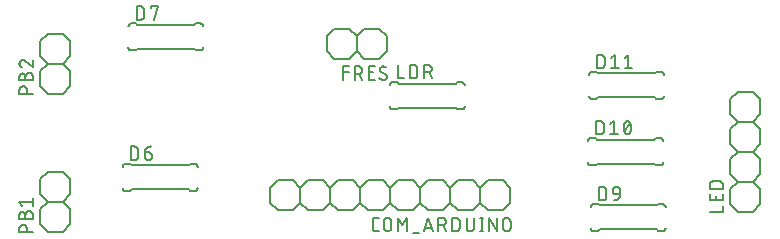
<source format=gbr>
G04 EAGLE Gerber RS-274X export*
G75*
%MOMM*%
%FSLAX34Y34*%
%LPD*%
%INSilkscreen Top*%
%IPPOS*%
%AMOC8*
5,1,8,0,0,1.08239X$1,22.5*%
G01*
%ADD10C,0.152400*%
%ADD11C,0.127000*%


D10*
X308653Y-11535D02*
X295953Y-11535D01*
X289603Y-5185D01*
X289603Y7515D01*
X295953Y13865D01*
X334053Y-11535D02*
X340403Y-5185D01*
X334053Y-11535D02*
X321353Y-11535D01*
X315003Y-5185D01*
X315003Y7515D01*
X321353Y13865D01*
X334053Y13865D01*
X340403Y7515D01*
X315003Y-5185D02*
X308653Y-11535D01*
X315003Y7515D02*
X308653Y13865D01*
X295953Y13865D01*
X372153Y-11535D02*
X384853Y-11535D01*
X372153Y-11535D02*
X365803Y-5185D01*
X365803Y7515D01*
X372153Y13865D01*
X365803Y-5185D02*
X359453Y-11535D01*
X346753Y-11535D01*
X340403Y-5185D01*
X340403Y7515D01*
X346753Y13865D01*
X359453Y13865D01*
X365803Y7515D01*
X410253Y-11535D02*
X416603Y-5185D01*
X410253Y-11535D02*
X397553Y-11535D01*
X391203Y-5185D01*
X391203Y7515D01*
X397553Y13865D01*
X410253Y13865D01*
X416603Y7515D01*
X391203Y-5185D02*
X384853Y-11535D01*
X391203Y7515D02*
X384853Y13865D01*
X372153Y13865D01*
X448353Y-11535D02*
X461053Y-11535D01*
X448353Y-11535D02*
X442003Y-5185D01*
X442003Y7515D01*
X448353Y13865D01*
X442003Y-5185D02*
X435653Y-11535D01*
X422953Y-11535D01*
X416603Y-5185D01*
X416603Y7515D01*
X422953Y13865D01*
X435653Y13865D01*
X442003Y7515D01*
X467403Y7515D02*
X467403Y-5185D01*
X461053Y-11535D01*
X467403Y7515D02*
X461053Y13865D01*
X448353Y13865D01*
X283253Y-11535D02*
X270553Y-11535D01*
X264203Y-5185D01*
X264203Y7515D01*
X270553Y13865D01*
X289603Y-5185D02*
X283253Y-11535D01*
X289603Y7515D02*
X283253Y13865D01*
X270553Y13865D01*
D11*
X353193Y-29188D02*
X355733Y-29188D01*
X353193Y-29188D02*
X353093Y-29186D01*
X352994Y-29180D01*
X352894Y-29170D01*
X352796Y-29157D01*
X352697Y-29139D01*
X352600Y-29118D01*
X352504Y-29093D01*
X352408Y-29064D01*
X352314Y-29031D01*
X352221Y-28995D01*
X352130Y-28955D01*
X352040Y-28911D01*
X351952Y-28864D01*
X351866Y-28814D01*
X351782Y-28760D01*
X351700Y-28703D01*
X351621Y-28643D01*
X351543Y-28579D01*
X351469Y-28513D01*
X351397Y-28444D01*
X351328Y-28372D01*
X351262Y-28298D01*
X351198Y-28220D01*
X351138Y-28141D01*
X351081Y-28059D01*
X351027Y-27975D01*
X350977Y-27889D01*
X350930Y-27801D01*
X350886Y-27711D01*
X350846Y-27620D01*
X350810Y-27527D01*
X350777Y-27433D01*
X350748Y-27337D01*
X350723Y-27241D01*
X350702Y-27144D01*
X350684Y-27045D01*
X350671Y-26947D01*
X350661Y-26847D01*
X350655Y-26748D01*
X350653Y-26648D01*
X350653Y-20298D01*
X350655Y-20198D01*
X350661Y-20099D01*
X350671Y-19999D01*
X350684Y-19901D01*
X350702Y-19802D01*
X350723Y-19705D01*
X350748Y-19609D01*
X350777Y-19513D01*
X350810Y-19419D01*
X350846Y-19326D01*
X350886Y-19235D01*
X350930Y-19145D01*
X350977Y-19057D01*
X351027Y-18971D01*
X351081Y-18887D01*
X351138Y-18805D01*
X351198Y-18726D01*
X351262Y-18648D01*
X351328Y-18574D01*
X351397Y-18502D01*
X351469Y-18433D01*
X351543Y-18367D01*
X351621Y-18303D01*
X351700Y-18243D01*
X351782Y-18186D01*
X351866Y-18132D01*
X351952Y-18082D01*
X352040Y-18035D01*
X352130Y-17991D01*
X352221Y-17951D01*
X352314Y-17915D01*
X352408Y-17882D01*
X352504Y-17853D01*
X352600Y-17828D01*
X352697Y-17807D01*
X352796Y-17789D01*
X352894Y-17776D01*
X352994Y-17766D01*
X353093Y-17760D01*
X353193Y-17758D01*
X355733Y-17758D01*
X360215Y-20933D02*
X360215Y-26013D01*
X360215Y-20933D02*
X360217Y-20822D01*
X360223Y-20712D01*
X360232Y-20601D01*
X360246Y-20491D01*
X360263Y-20382D01*
X360284Y-20273D01*
X360309Y-20165D01*
X360338Y-20058D01*
X360370Y-19952D01*
X360406Y-19847D01*
X360446Y-19744D01*
X360489Y-19642D01*
X360536Y-19541D01*
X360587Y-19442D01*
X360640Y-19346D01*
X360697Y-19251D01*
X360758Y-19158D01*
X360821Y-19067D01*
X360888Y-18978D01*
X360958Y-18892D01*
X361031Y-18809D01*
X361106Y-18727D01*
X361184Y-18649D01*
X361266Y-18574D01*
X361349Y-18501D01*
X361435Y-18431D01*
X361524Y-18364D01*
X361615Y-18301D01*
X361708Y-18240D01*
X361803Y-18183D01*
X361899Y-18130D01*
X361998Y-18079D01*
X362099Y-18032D01*
X362201Y-17989D01*
X362304Y-17949D01*
X362409Y-17913D01*
X362515Y-17881D01*
X362622Y-17852D01*
X362730Y-17827D01*
X362839Y-17806D01*
X362948Y-17789D01*
X363058Y-17775D01*
X363169Y-17766D01*
X363279Y-17760D01*
X363390Y-17758D01*
X363501Y-17760D01*
X363611Y-17766D01*
X363722Y-17775D01*
X363832Y-17789D01*
X363941Y-17806D01*
X364050Y-17827D01*
X364158Y-17852D01*
X364265Y-17881D01*
X364371Y-17913D01*
X364476Y-17949D01*
X364579Y-17989D01*
X364681Y-18032D01*
X364782Y-18079D01*
X364881Y-18130D01*
X364978Y-18183D01*
X365072Y-18240D01*
X365165Y-18301D01*
X365256Y-18364D01*
X365345Y-18431D01*
X365431Y-18501D01*
X365514Y-18574D01*
X365596Y-18649D01*
X365674Y-18727D01*
X365749Y-18809D01*
X365822Y-18892D01*
X365892Y-18978D01*
X365959Y-19067D01*
X366022Y-19158D01*
X366083Y-19251D01*
X366140Y-19346D01*
X366193Y-19442D01*
X366244Y-19541D01*
X366291Y-19642D01*
X366334Y-19744D01*
X366374Y-19847D01*
X366410Y-19952D01*
X366442Y-20058D01*
X366471Y-20165D01*
X366496Y-20273D01*
X366517Y-20382D01*
X366534Y-20491D01*
X366548Y-20601D01*
X366557Y-20712D01*
X366563Y-20822D01*
X366565Y-20933D01*
X366565Y-26013D01*
X366563Y-26124D01*
X366557Y-26234D01*
X366548Y-26345D01*
X366534Y-26455D01*
X366517Y-26564D01*
X366496Y-26673D01*
X366471Y-26781D01*
X366442Y-26888D01*
X366410Y-26994D01*
X366374Y-27099D01*
X366334Y-27202D01*
X366291Y-27304D01*
X366244Y-27405D01*
X366193Y-27504D01*
X366140Y-27601D01*
X366083Y-27695D01*
X366022Y-27788D01*
X365959Y-27879D01*
X365892Y-27968D01*
X365822Y-28054D01*
X365749Y-28137D01*
X365674Y-28219D01*
X365596Y-28297D01*
X365514Y-28372D01*
X365431Y-28445D01*
X365345Y-28515D01*
X365256Y-28582D01*
X365165Y-28645D01*
X365072Y-28706D01*
X364977Y-28763D01*
X364881Y-28816D01*
X364782Y-28867D01*
X364681Y-28914D01*
X364579Y-28957D01*
X364476Y-28997D01*
X364371Y-29033D01*
X364265Y-29065D01*
X364158Y-29094D01*
X364050Y-29119D01*
X363941Y-29140D01*
X363832Y-29157D01*
X363722Y-29171D01*
X363611Y-29180D01*
X363501Y-29186D01*
X363390Y-29188D01*
X363279Y-29186D01*
X363169Y-29180D01*
X363058Y-29171D01*
X362948Y-29157D01*
X362839Y-29140D01*
X362730Y-29119D01*
X362622Y-29094D01*
X362515Y-29065D01*
X362409Y-29033D01*
X362304Y-28997D01*
X362201Y-28957D01*
X362099Y-28914D01*
X361998Y-28867D01*
X361899Y-28816D01*
X361803Y-28763D01*
X361708Y-28706D01*
X361615Y-28645D01*
X361524Y-28582D01*
X361435Y-28515D01*
X361349Y-28445D01*
X361266Y-28372D01*
X361184Y-28297D01*
X361106Y-28219D01*
X361031Y-28137D01*
X360958Y-28054D01*
X360888Y-27968D01*
X360821Y-27879D01*
X360758Y-27788D01*
X360697Y-27695D01*
X360640Y-27601D01*
X360587Y-27504D01*
X360536Y-27405D01*
X360489Y-27304D01*
X360446Y-27202D01*
X360406Y-27099D01*
X360370Y-26994D01*
X360338Y-26888D01*
X360309Y-26781D01*
X360284Y-26673D01*
X360263Y-26564D01*
X360246Y-26455D01*
X360232Y-26345D01*
X360223Y-26234D01*
X360217Y-26124D01*
X360215Y-26013D01*
X372153Y-29188D02*
X372153Y-17758D01*
X375963Y-24108D01*
X379773Y-17758D01*
X379773Y-29188D01*
X384853Y-30458D02*
X389933Y-30458D01*
X393870Y-29188D02*
X397680Y-17758D01*
X401490Y-29188D01*
X400538Y-26330D02*
X394823Y-26330D01*
X406399Y-29188D02*
X406399Y-17758D01*
X409574Y-17758D01*
X409685Y-17760D01*
X409795Y-17766D01*
X409906Y-17775D01*
X410016Y-17789D01*
X410125Y-17806D01*
X410234Y-17827D01*
X410342Y-17852D01*
X410449Y-17881D01*
X410555Y-17913D01*
X410660Y-17949D01*
X410763Y-17989D01*
X410865Y-18032D01*
X410966Y-18079D01*
X411065Y-18130D01*
X411162Y-18183D01*
X411256Y-18240D01*
X411349Y-18301D01*
X411440Y-18364D01*
X411529Y-18431D01*
X411615Y-18501D01*
X411698Y-18574D01*
X411780Y-18649D01*
X411858Y-18727D01*
X411933Y-18809D01*
X412006Y-18892D01*
X412076Y-18978D01*
X412143Y-19067D01*
X412206Y-19158D01*
X412267Y-19251D01*
X412324Y-19346D01*
X412377Y-19442D01*
X412428Y-19541D01*
X412475Y-19642D01*
X412518Y-19744D01*
X412558Y-19847D01*
X412594Y-19952D01*
X412626Y-20058D01*
X412655Y-20165D01*
X412680Y-20273D01*
X412701Y-20382D01*
X412718Y-20491D01*
X412732Y-20601D01*
X412741Y-20712D01*
X412747Y-20822D01*
X412749Y-20933D01*
X412747Y-21044D01*
X412741Y-21154D01*
X412732Y-21265D01*
X412718Y-21375D01*
X412701Y-21484D01*
X412680Y-21593D01*
X412655Y-21701D01*
X412626Y-21808D01*
X412594Y-21914D01*
X412558Y-22019D01*
X412518Y-22122D01*
X412475Y-22224D01*
X412428Y-22325D01*
X412377Y-22424D01*
X412324Y-22521D01*
X412267Y-22615D01*
X412206Y-22708D01*
X412143Y-22799D01*
X412076Y-22888D01*
X412006Y-22974D01*
X411933Y-23057D01*
X411858Y-23139D01*
X411780Y-23217D01*
X411698Y-23292D01*
X411615Y-23365D01*
X411529Y-23435D01*
X411440Y-23502D01*
X411349Y-23565D01*
X411256Y-23626D01*
X411162Y-23683D01*
X411065Y-23736D01*
X410966Y-23787D01*
X410865Y-23834D01*
X410763Y-23877D01*
X410660Y-23917D01*
X410555Y-23953D01*
X410449Y-23985D01*
X410342Y-24014D01*
X410234Y-24039D01*
X410125Y-24060D01*
X410016Y-24077D01*
X409906Y-24091D01*
X409795Y-24100D01*
X409685Y-24106D01*
X409574Y-24108D01*
X406399Y-24108D01*
X410209Y-24108D02*
X412749Y-29188D01*
X418127Y-29188D02*
X418127Y-17758D01*
X421302Y-17758D01*
X421413Y-17760D01*
X421523Y-17766D01*
X421634Y-17775D01*
X421744Y-17789D01*
X421853Y-17806D01*
X421962Y-17827D01*
X422070Y-17852D01*
X422177Y-17881D01*
X422283Y-17913D01*
X422388Y-17949D01*
X422491Y-17989D01*
X422593Y-18032D01*
X422694Y-18079D01*
X422793Y-18130D01*
X422890Y-18183D01*
X422984Y-18240D01*
X423077Y-18301D01*
X423168Y-18364D01*
X423257Y-18431D01*
X423343Y-18501D01*
X423426Y-18574D01*
X423508Y-18649D01*
X423586Y-18727D01*
X423661Y-18809D01*
X423734Y-18892D01*
X423804Y-18978D01*
X423871Y-19067D01*
X423934Y-19158D01*
X423995Y-19251D01*
X424052Y-19346D01*
X424105Y-19442D01*
X424156Y-19541D01*
X424203Y-19642D01*
X424246Y-19744D01*
X424286Y-19847D01*
X424322Y-19952D01*
X424354Y-20058D01*
X424383Y-20165D01*
X424408Y-20273D01*
X424429Y-20382D01*
X424446Y-20491D01*
X424460Y-20601D01*
X424469Y-20712D01*
X424475Y-20822D01*
X424477Y-20933D01*
X424477Y-26013D01*
X424475Y-26124D01*
X424469Y-26234D01*
X424460Y-26345D01*
X424446Y-26455D01*
X424429Y-26564D01*
X424408Y-26673D01*
X424383Y-26781D01*
X424354Y-26888D01*
X424322Y-26994D01*
X424286Y-27099D01*
X424246Y-27202D01*
X424203Y-27304D01*
X424156Y-27405D01*
X424105Y-27504D01*
X424052Y-27601D01*
X423995Y-27695D01*
X423934Y-27788D01*
X423871Y-27879D01*
X423804Y-27968D01*
X423734Y-28054D01*
X423661Y-28137D01*
X423586Y-28219D01*
X423508Y-28297D01*
X423426Y-28372D01*
X423343Y-28445D01*
X423257Y-28515D01*
X423168Y-28582D01*
X423077Y-28645D01*
X422984Y-28706D01*
X422890Y-28763D01*
X422793Y-28816D01*
X422694Y-28867D01*
X422593Y-28914D01*
X422491Y-28957D01*
X422388Y-28997D01*
X422283Y-29033D01*
X422177Y-29065D01*
X422070Y-29094D01*
X421962Y-29119D01*
X421853Y-29140D01*
X421744Y-29157D01*
X421634Y-29171D01*
X421523Y-29180D01*
X421413Y-29186D01*
X421302Y-29188D01*
X418127Y-29188D01*
X430319Y-26013D02*
X430319Y-17758D01*
X430319Y-26013D02*
X430321Y-26124D01*
X430327Y-26234D01*
X430336Y-26345D01*
X430350Y-26455D01*
X430367Y-26564D01*
X430388Y-26673D01*
X430413Y-26781D01*
X430442Y-26888D01*
X430474Y-26994D01*
X430510Y-27099D01*
X430550Y-27202D01*
X430593Y-27304D01*
X430640Y-27405D01*
X430691Y-27504D01*
X430744Y-27601D01*
X430801Y-27695D01*
X430862Y-27788D01*
X430925Y-27879D01*
X430992Y-27968D01*
X431062Y-28054D01*
X431135Y-28137D01*
X431210Y-28219D01*
X431288Y-28297D01*
X431370Y-28372D01*
X431453Y-28445D01*
X431539Y-28515D01*
X431628Y-28582D01*
X431719Y-28645D01*
X431812Y-28706D01*
X431907Y-28763D01*
X432003Y-28816D01*
X432102Y-28867D01*
X432203Y-28914D01*
X432305Y-28957D01*
X432408Y-28997D01*
X432513Y-29033D01*
X432619Y-29065D01*
X432726Y-29094D01*
X432834Y-29119D01*
X432943Y-29140D01*
X433052Y-29157D01*
X433162Y-29171D01*
X433273Y-29180D01*
X433383Y-29186D01*
X433494Y-29188D01*
X433605Y-29186D01*
X433715Y-29180D01*
X433826Y-29171D01*
X433936Y-29157D01*
X434045Y-29140D01*
X434154Y-29119D01*
X434262Y-29094D01*
X434369Y-29065D01*
X434475Y-29033D01*
X434580Y-28997D01*
X434683Y-28957D01*
X434785Y-28914D01*
X434886Y-28867D01*
X434985Y-28816D01*
X435081Y-28763D01*
X435176Y-28706D01*
X435269Y-28645D01*
X435360Y-28582D01*
X435449Y-28515D01*
X435535Y-28445D01*
X435618Y-28372D01*
X435700Y-28297D01*
X435778Y-28219D01*
X435853Y-28137D01*
X435926Y-28054D01*
X435996Y-27968D01*
X436063Y-27879D01*
X436126Y-27788D01*
X436187Y-27695D01*
X436244Y-27601D01*
X436297Y-27504D01*
X436348Y-27405D01*
X436395Y-27304D01*
X436438Y-27202D01*
X436478Y-27099D01*
X436514Y-26994D01*
X436546Y-26888D01*
X436575Y-26781D01*
X436600Y-26673D01*
X436621Y-26564D01*
X436638Y-26455D01*
X436652Y-26345D01*
X436661Y-26234D01*
X436667Y-26124D01*
X436669Y-26013D01*
X436669Y-17758D01*
X443019Y-17758D02*
X443019Y-29188D01*
X441749Y-29188D02*
X444289Y-29188D01*
X444289Y-17758D02*
X441749Y-17758D01*
X449369Y-17758D02*
X449369Y-29188D01*
X455719Y-29188D02*
X449369Y-17758D01*
X455719Y-17758D02*
X455719Y-29188D01*
X461180Y-26013D02*
X461180Y-20933D01*
X461182Y-20822D01*
X461188Y-20712D01*
X461197Y-20601D01*
X461211Y-20491D01*
X461228Y-20382D01*
X461249Y-20273D01*
X461274Y-20165D01*
X461303Y-20058D01*
X461335Y-19952D01*
X461371Y-19847D01*
X461411Y-19744D01*
X461454Y-19642D01*
X461501Y-19541D01*
X461552Y-19442D01*
X461605Y-19346D01*
X461662Y-19251D01*
X461723Y-19158D01*
X461786Y-19067D01*
X461853Y-18978D01*
X461923Y-18892D01*
X461996Y-18809D01*
X462071Y-18727D01*
X462149Y-18649D01*
X462231Y-18574D01*
X462314Y-18501D01*
X462400Y-18431D01*
X462489Y-18364D01*
X462580Y-18301D01*
X462673Y-18240D01*
X462768Y-18183D01*
X462864Y-18130D01*
X462963Y-18079D01*
X463064Y-18032D01*
X463166Y-17989D01*
X463269Y-17949D01*
X463374Y-17913D01*
X463480Y-17881D01*
X463587Y-17852D01*
X463695Y-17827D01*
X463804Y-17806D01*
X463913Y-17789D01*
X464023Y-17775D01*
X464134Y-17766D01*
X464244Y-17760D01*
X464355Y-17758D01*
X464466Y-17760D01*
X464576Y-17766D01*
X464687Y-17775D01*
X464797Y-17789D01*
X464906Y-17806D01*
X465015Y-17827D01*
X465123Y-17852D01*
X465230Y-17881D01*
X465336Y-17913D01*
X465441Y-17949D01*
X465544Y-17989D01*
X465646Y-18032D01*
X465747Y-18079D01*
X465846Y-18130D01*
X465943Y-18183D01*
X466037Y-18240D01*
X466130Y-18301D01*
X466221Y-18364D01*
X466310Y-18431D01*
X466396Y-18501D01*
X466479Y-18574D01*
X466561Y-18649D01*
X466639Y-18727D01*
X466714Y-18809D01*
X466787Y-18892D01*
X466857Y-18978D01*
X466924Y-19067D01*
X466987Y-19158D01*
X467048Y-19251D01*
X467105Y-19346D01*
X467158Y-19442D01*
X467209Y-19541D01*
X467256Y-19642D01*
X467299Y-19744D01*
X467339Y-19847D01*
X467375Y-19952D01*
X467407Y-20058D01*
X467436Y-20165D01*
X467461Y-20273D01*
X467482Y-20382D01*
X467499Y-20491D01*
X467513Y-20601D01*
X467522Y-20712D01*
X467528Y-20822D01*
X467530Y-20933D01*
X467530Y-26013D01*
X467528Y-26124D01*
X467522Y-26234D01*
X467513Y-26345D01*
X467499Y-26455D01*
X467482Y-26564D01*
X467461Y-26673D01*
X467436Y-26781D01*
X467407Y-26888D01*
X467375Y-26994D01*
X467339Y-27099D01*
X467299Y-27202D01*
X467256Y-27304D01*
X467209Y-27405D01*
X467158Y-27504D01*
X467105Y-27601D01*
X467048Y-27695D01*
X466987Y-27788D01*
X466924Y-27879D01*
X466857Y-27968D01*
X466787Y-28054D01*
X466714Y-28137D01*
X466639Y-28219D01*
X466561Y-28297D01*
X466479Y-28372D01*
X466396Y-28445D01*
X466310Y-28515D01*
X466221Y-28582D01*
X466130Y-28645D01*
X466037Y-28706D01*
X465942Y-28763D01*
X465846Y-28816D01*
X465747Y-28867D01*
X465646Y-28914D01*
X465544Y-28957D01*
X465441Y-28997D01*
X465336Y-29033D01*
X465230Y-29065D01*
X465123Y-29094D01*
X465015Y-29119D01*
X464906Y-29140D01*
X464797Y-29157D01*
X464687Y-29171D01*
X464576Y-29180D01*
X464466Y-29186D01*
X464355Y-29188D01*
X464244Y-29186D01*
X464134Y-29180D01*
X464023Y-29171D01*
X463913Y-29157D01*
X463804Y-29140D01*
X463695Y-29119D01*
X463587Y-29094D01*
X463480Y-29065D01*
X463374Y-29033D01*
X463269Y-28997D01*
X463166Y-28957D01*
X463064Y-28914D01*
X462963Y-28867D01*
X462864Y-28816D01*
X462768Y-28763D01*
X462673Y-28706D01*
X462580Y-28645D01*
X462489Y-28582D01*
X462400Y-28515D01*
X462314Y-28445D01*
X462231Y-28372D01*
X462149Y-28297D01*
X462071Y-28219D01*
X461996Y-28137D01*
X461923Y-28054D01*
X461853Y-27968D01*
X461786Y-27879D01*
X461723Y-27788D01*
X461662Y-27695D01*
X461605Y-27601D01*
X461552Y-27504D01*
X461501Y-27405D01*
X461454Y-27304D01*
X461411Y-27202D01*
X461371Y-27099D01*
X461335Y-26994D01*
X461303Y-26888D01*
X461274Y-26781D01*
X461249Y-26673D01*
X461228Y-26564D01*
X461211Y-26455D01*
X461197Y-26345D01*
X461188Y-26234D01*
X461182Y-26124D01*
X461180Y-26013D01*
D10*
X533108Y47001D02*
X533110Y47101D01*
X533116Y47200D01*
X533126Y47300D01*
X533139Y47398D01*
X533157Y47497D01*
X533178Y47594D01*
X533203Y47690D01*
X533232Y47786D01*
X533265Y47880D01*
X533301Y47973D01*
X533341Y48064D01*
X533385Y48154D01*
X533432Y48242D01*
X533482Y48328D01*
X533536Y48412D01*
X533593Y48494D01*
X533653Y48573D01*
X533717Y48651D01*
X533783Y48725D01*
X533852Y48797D01*
X533924Y48866D01*
X533998Y48932D01*
X534076Y48996D01*
X534155Y49056D01*
X534237Y49113D01*
X534321Y49167D01*
X534407Y49217D01*
X534495Y49264D01*
X534585Y49308D01*
X534676Y49348D01*
X534769Y49384D01*
X534863Y49417D01*
X534959Y49446D01*
X535055Y49471D01*
X535152Y49492D01*
X535251Y49510D01*
X535349Y49523D01*
X535449Y49533D01*
X535548Y49539D01*
X535648Y49541D01*
X533108Y29221D02*
X533110Y29121D01*
X533116Y29022D01*
X533126Y28922D01*
X533139Y28824D01*
X533157Y28725D01*
X533178Y28628D01*
X533203Y28532D01*
X533232Y28436D01*
X533265Y28342D01*
X533301Y28249D01*
X533341Y28158D01*
X533385Y28068D01*
X533432Y27980D01*
X533482Y27894D01*
X533536Y27810D01*
X533593Y27728D01*
X533653Y27649D01*
X533717Y27571D01*
X533783Y27497D01*
X533852Y27425D01*
X533924Y27356D01*
X533998Y27290D01*
X534076Y27226D01*
X534155Y27166D01*
X534237Y27109D01*
X534321Y27055D01*
X534407Y27005D01*
X534495Y26958D01*
X534585Y26914D01*
X534676Y26874D01*
X534769Y26838D01*
X534863Y26805D01*
X534959Y26776D01*
X535055Y26751D01*
X535152Y26730D01*
X535251Y26712D01*
X535349Y26699D01*
X535449Y26689D01*
X535548Y26683D01*
X535648Y26681D01*
X594068Y26681D02*
X594168Y26683D01*
X594267Y26689D01*
X594367Y26699D01*
X594465Y26712D01*
X594564Y26730D01*
X594661Y26751D01*
X594757Y26776D01*
X594853Y26805D01*
X594947Y26838D01*
X595040Y26874D01*
X595131Y26914D01*
X595221Y26958D01*
X595309Y27005D01*
X595395Y27055D01*
X595479Y27109D01*
X595561Y27166D01*
X595640Y27226D01*
X595718Y27290D01*
X595792Y27356D01*
X595864Y27425D01*
X595933Y27497D01*
X595999Y27571D01*
X596063Y27649D01*
X596123Y27728D01*
X596180Y27810D01*
X596234Y27894D01*
X596284Y27980D01*
X596331Y28068D01*
X596375Y28158D01*
X596415Y28249D01*
X596451Y28342D01*
X596484Y28436D01*
X596513Y28532D01*
X596538Y28628D01*
X596559Y28725D01*
X596577Y28824D01*
X596590Y28922D01*
X596600Y29022D01*
X596606Y29121D01*
X596608Y29221D01*
X596608Y47001D02*
X596606Y47101D01*
X596600Y47200D01*
X596590Y47300D01*
X596577Y47398D01*
X596559Y47497D01*
X596538Y47594D01*
X596513Y47690D01*
X596484Y47786D01*
X596451Y47880D01*
X596415Y47973D01*
X596375Y48064D01*
X596331Y48154D01*
X596284Y48242D01*
X596234Y48328D01*
X596180Y48412D01*
X596123Y48494D01*
X596063Y48573D01*
X595999Y48651D01*
X595933Y48725D01*
X595864Y48797D01*
X595792Y48866D01*
X595718Y48932D01*
X595640Y48996D01*
X595561Y49056D01*
X595479Y49113D01*
X595395Y49167D01*
X595309Y49217D01*
X595221Y49264D01*
X595131Y49308D01*
X595040Y49348D01*
X594947Y49384D01*
X594853Y49417D01*
X594757Y49446D01*
X594661Y49471D01*
X594564Y49492D01*
X594465Y49510D01*
X594367Y49523D01*
X594267Y49533D01*
X594168Y49539D01*
X594068Y49541D01*
X539458Y49541D02*
X535648Y49541D01*
X539458Y49541D02*
X540728Y48271D01*
X539458Y26681D02*
X535648Y26681D01*
X539458Y26681D02*
X540728Y27951D01*
X588988Y48271D02*
X590258Y49541D01*
X588988Y48271D02*
X540728Y48271D01*
X588988Y27951D02*
X590258Y26681D01*
X588988Y27951D02*
X540728Y27951D01*
X590258Y49541D02*
X594068Y49541D01*
X594068Y26681D02*
X590258Y26681D01*
D11*
X540093Y52716D02*
X540093Y64146D01*
X543268Y64146D01*
X543379Y64144D01*
X543489Y64138D01*
X543600Y64129D01*
X543710Y64115D01*
X543819Y64098D01*
X543928Y64077D01*
X544036Y64052D01*
X544143Y64023D01*
X544249Y63991D01*
X544354Y63955D01*
X544457Y63915D01*
X544559Y63872D01*
X544660Y63825D01*
X544759Y63774D01*
X544856Y63721D01*
X544950Y63664D01*
X545043Y63603D01*
X545134Y63540D01*
X545223Y63473D01*
X545309Y63403D01*
X545392Y63330D01*
X545474Y63255D01*
X545552Y63177D01*
X545627Y63095D01*
X545700Y63012D01*
X545770Y62926D01*
X545837Y62837D01*
X545900Y62746D01*
X545961Y62653D01*
X546018Y62559D01*
X546071Y62462D01*
X546122Y62363D01*
X546169Y62262D01*
X546212Y62160D01*
X546252Y62057D01*
X546288Y61952D01*
X546320Y61846D01*
X546349Y61739D01*
X546374Y61631D01*
X546395Y61522D01*
X546412Y61413D01*
X546426Y61303D01*
X546435Y61192D01*
X546441Y61082D01*
X546443Y60971D01*
X546443Y55891D01*
X546441Y55780D01*
X546435Y55670D01*
X546426Y55559D01*
X546412Y55449D01*
X546395Y55340D01*
X546374Y55231D01*
X546349Y55123D01*
X546320Y55016D01*
X546288Y54910D01*
X546252Y54805D01*
X546212Y54702D01*
X546169Y54600D01*
X546122Y54499D01*
X546071Y54400D01*
X546018Y54303D01*
X545961Y54209D01*
X545900Y54116D01*
X545837Y54025D01*
X545770Y53936D01*
X545700Y53850D01*
X545627Y53767D01*
X545552Y53685D01*
X545474Y53607D01*
X545392Y53532D01*
X545309Y53459D01*
X545223Y53389D01*
X545134Y53322D01*
X545043Y53259D01*
X544950Y53198D01*
X544856Y53141D01*
X544759Y53088D01*
X544660Y53037D01*
X544559Y52990D01*
X544457Y52947D01*
X544354Y52907D01*
X544249Y52871D01*
X544143Y52839D01*
X544036Y52810D01*
X543928Y52785D01*
X543819Y52764D01*
X543710Y52747D01*
X543600Y52733D01*
X543489Y52724D01*
X543379Y52718D01*
X543268Y52716D01*
X540093Y52716D01*
X551904Y61606D02*
X555079Y64146D01*
X555079Y52716D01*
X551904Y52716D02*
X558254Y52716D01*
X563334Y58431D02*
X563337Y58656D01*
X563345Y58881D01*
X563358Y59105D01*
X563377Y59329D01*
X563401Y59553D01*
X563430Y59776D01*
X563465Y59998D01*
X563505Y60219D01*
X563551Y60439D01*
X563601Y60658D01*
X563657Y60876D01*
X563718Y61093D01*
X563784Y61308D01*
X563855Y61521D01*
X563932Y61732D01*
X564013Y61942D01*
X564099Y62150D01*
X564190Y62355D01*
X564286Y62558D01*
X564286Y62559D02*
X564318Y62647D01*
X564354Y62734D01*
X564393Y62820D01*
X564436Y62904D01*
X564482Y62986D01*
X564531Y63066D01*
X564583Y63144D01*
X564639Y63220D01*
X564697Y63294D01*
X564759Y63365D01*
X564823Y63434D01*
X564890Y63500D01*
X564959Y63563D01*
X565031Y63624D01*
X565105Y63682D01*
X565182Y63736D01*
X565260Y63788D01*
X565341Y63836D01*
X565423Y63881D01*
X565508Y63923D01*
X565594Y63961D01*
X565681Y63996D01*
X565769Y64028D01*
X565859Y64055D01*
X565950Y64080D01*
X566042Y64100D01*
X566134Y64117D01*
X566228Y64130D01*
X566321Y64139D01*
X566415Y64145D01*
X566509Y64147D01*
X566603Y64145D01*
X566697Y64139D01*
X566790Y64130D01*
X566884Y64117D01*
X566976Y64100D01*
X567068Y64080D01*
X567159Y64055D01*
X567249Y64028D01*
X567337Y63996D01*
X567424Y63961D01*
X567510Y63923D01*
X567595Y63881D01*
X567677Y63836D01*
X567758Y63788D01*
X567836Y63736D01*
X567913Y63682D01*
X567987Y63624D01*
X568059Y63563D01*
X568128Y63500D01*
X568195Y63434D01*
X568259Y63365D01*
X568321Y63294D01*
X568379Y63220D01*
X568435Y63144D01*
X568487Y63066D01*
X568536Y62986D01*
X568582Y62904D01*
X568625Y62820D01*
X568664Y62734D01*
X568700Y62647D01*
X568732Y62559D01*
X568731Y62558D02*
X568827Y62355D01*
X568918Y62150D01*
X569004Y61942D01*
X569085Y61732D01*
X569162Y61521D01*
X569233Y61308D01*
X569299Y61093D01*
X569360Y60876D01*
X569416Y60658D01*
X569466Y60439D01*
X569512Y60219D01*
X569552Y59998D01*
X569587Y59776D01*
X569616Y59553D01*
X569640Y59329D01*
X569659Y59105D01*
X569672Y58881D01*
X569680Y58656D01*
X569683Y58431D01*
X563334Y58431D02*
X563337Y58206D01*
X563345Y57981D01*
X563358Y57757D01*
X563377Y57533D01*
X563401Y57309D01*
X563430Y57086D01*
X563465Y56864D01*
X563505Y56643D01*
X563551Y56423D01*
X563601Y56204D01*
X563657Y55986D01*
X563718Y55769D01*
X563784Y55554D01*
X563855Y55341D01*
X563932Y55130D01*
X564013Y54920D01*
X564099Y54712D01*
X564190Y54507D01*
X564286Y54304D01*
X564318Y54216D01*
X564354Y54129D01*
X564393Y54043D01*
X564436Y53959D01*
X564482Y53877D01*
X564531Y53797D01*
X564583Y53719D01*
X564639Y53643D01*
X564697Y53569D01*
X564759Y53498D01*
X564823Y53429D01*
X564890Y53363D01*
X564959Y53300D01*
X565031Y53239D01*
X565105Y53181D01*
X565182Y53127D01*
X565260Y53075D01*
X565341Y53027D01*
X565423Y52982D01*
X565508Y52940D01*
X565594Y52902D01*
X565681Y52867D01*
X565769Y52835D01*
X565859Y52808D01*
X565950Y52783D01*
X566042Y52763D01*
X566134Y52746D01*
X566228Y52733D01*
X566321Y52724D01*
X566415Y52718D01*
X566509Y52716D01*
X568731Y54304D02*
X568827Y54507D01*
X568918Y54712D01*
X569004Y54920D01*
X569085Y55130D01*
X569162Y55341D01*
X569233Y55554D01*
X569299Y55769D01*
X569360Y55986D01*
X569416Y56204D01*
X569466Y56423D01*
X569512Y56643D01*
X569552Y56864D01*
X569587Y57086D01*
X569616Y57309D01*
X569640Y57533D01*
X569659Y57757D01*
X569672Y57981D01*
X569680Y58206D01*
X569683Y58431D01*
X568732Y54304D02*
X568700Y54216D01*
X568664Y54129D01*
X568625Y54043D01*
X568582Y53959D01*
X568536Y53877D01*
X568487Y53797D01*
X568435Y53719D01*
X568379Y53643D01*
X568321Y53569D01*
X568259Y53498D01*
X568195Y53429D01*
X568128Y53363D01*
X568059Y53300D01*
X567987Y53239D01*
X567913Y53181D01*
X567836Y53127D01*
X567758Y53075D01*
X567677Y53027D01*
X567595Y52982D01*
X567510Y52940D01*
X567424Y52902D01*
X567337Y52867D01*
X567249Y52835D01*
X567159Y52808D01*
X567068Y52783D01*
X566976Y52763D01*
X566884Y52746D01*
X566790Y52733D01*
X566697Y52724D01*
X566603Y52718D01*
X566509Y52716D01*
X563969Y55256D02*
X569049Y61606D01*
D10*
X533926Y103104D02*
X533928Y103204D01*
X533934Y103303D01*
X533944Y103403D01*
X533957Y103501D01*
X533975Y103600D01*
X533996Y103697D01*
X534021Y103793D01*
X534050Y103889D01*
X534083Y103983D01*
X534119Y104076D01*
X534159Y104167D01*
X534203Y104257D01*
X534250Y104345D01*
X534300Y104431D01*
X534354Y104515D01*
X534411Y104597D01*
X534471Y104676D01*
X534535Y104754D01*
X534601Y104828D01*
X534670Y104900D01*
X534742Y104969D01*
X534816Y105035D01*
X534894Y105099D01*
X534973Y105159D01*
X535055Y105216D01*
X535139Y105270D01*
X535225Y105320D01*
X535313Y105367D01*
X535403Y105411D01*
X535494Y105451D01*
X535587Y105487D01*
X535681Y105520D01*
X535777Y105549D01*
X535873Y105574D01*
X535970Y105595D01*
X536069Y105613D01*
X536167Y105626D01*
X536267Y105636D01*
X536366Y105642D01*
X536466Y105644D01*
X533926Y85324D02*
X533928Y85224D01*
X533934Y85125D01*
X533944Y85025D01*
X533957Y84927D01*
X533975Y84828D01*
X533996Y84731D01*
X534021Y84635D01*
X534050Y84539D01*
X534083Y84445D01*
X534119Y84352D01*
X534159Y84261D01*
X534203Y84171D01*
X534250Y84083D01*
X534300Y83997D01*
X534354Y83913D01*
X534411Y83831D01*
X534471Y83752D01*
X534535Y83674D01*
X534601Y83600D01*
X534670Y83528D01*
X534742Y83459D01*
X534816Y83393D01*
X534894Y83329D01*
X534973Y83269D01*
X535055Y83212D01*
X535139Y83158D01*
X535225Y83108D01*
X535313Y83061D01*
X535403Y83017D01*
X535494Y82977D01*
X535587Y82941D01*
X535681Y82908D01*
X535777Y82879D01*
X535873Y82854D01*
X535970Y82833D01*
X536069Y82815D01*
X536167Y82802D01*
X536267Y82792D01*
X536366Y82786D01*
X536466Y82784D01*
X594886Y82784D02*
X594986Y82786D01*
X595085Y82792D01*
X595185Y82802D01*
X595283Y82815D01*
X595382Y82833D01*
X595479Y82854D01*
X595575Y82879D01*
X595671Y82908D01*
X595765Y82941D01*
X595858Y82977D01*
X595949Y83017D01*
X596039Y83061D01*
X596127Y83108D01*
X596213Y83158D01*
X596297Y83212D01*
X596379Y83269D01*
X596458Y83329D01*
X596536Y83393D01*
X596610Y83459D01*
X596682Y83528D01*
X596751Y83600D01*
X596817Y83674D01*
X596881Y83752D01*
X596941Y83831D01*
X596998Y83913D01*
X597052Y83997D01*
X597102Y84083D01*
X597149Y84171D01*
X597193Y84261D01*
X597233Y84352D01*
X597269Y84445D01*
X597302Y84539D01*
X597331Y84635D01*
X597356Y84731D01*
X597377Y84828D01*
X597395Y84927D01*
X597408Y85025D01*
X597418Y85125D01*
X597424Y85224D01*
X597426Y85324D01*
X597426Y103104D02*
X597424Y103204D01*
X597418Y103303D01*
X597408Y103403D01*
X597395Y103501D01*
X597377Y103600D01*
X597356Y103697D01*
X597331Y103793D01*
X597302Y103889D01*
X597269Y103983D01*
X597233Y104076D01*
X597193Y104167D01*
X597149Y104257D01*
X597102Y104345D01*
X597052Y104431D01*
X596998Y104515D01*
X596941Y104597D01*
X596881Y104676D01*
X596817Y104754D01*
X596751Y104828D01*
X596682Y104900D01*
X596610Y104969D01*
X596536Y105035D01*
X596458Y105099D01*
X596379Y105159D01*
X596297Y105216D01*
X596213Y105270D01*
X596127Y105320D01*
X596039Y105367D01*
X595949Y105411D01*
X595858Y105451D01*
X595765Y105487D01*
X595671Y105520D01*
X595575Y105549D01*
X595479Y105574D01*
X595382Y105595D01*
X595283Y105613D01*
X595185Y105626D01*
X595085Y105636D01*
X594986Y105642D01*
X594886Y105644D01*
X540276Y105644D02*
X536466Y105644D01*
X540276Y105644D02*
X541546Y104374D01*
X540276Y82784D02*
X536466Y82784D01*
X540276Y82784D02*
X541546Y84054D01*
X589806Y104374D02*
X591076Y105644D01*
X589806Y104374D02*
X541546Y104374D01*
X589806Y84054D02*
X591076Y82784D01*
X589806Y84054D02*
X541546Y84054D01*
X591076Y105644D02*
X594886Y105644D01*
X594886Y82784D02*
X591076Y82784D01*
D11*
X540911Y108819D02*
X540911Y120249D01*
X544086Y120249D01*
X544197Y120247D01*
X544307Y120241D01*
X544418Y120232D01*
X544528Y120218D01*
X544637Y120201D01*
X544746Y120180D01*
X544854Y120155D01*
X544961Y120126D01*
X545067Y120094D01*
X545172Y120058D01*
X545275Y120018D01*
X545377Y119975D01*
X545478Y119928D01*
X545577Y119877D01*
X545674Y119824D01*
X545768Y119767D01*
X545861Y119706D01*
X545952Y119643D01*
X546041Y119576D01*
X546127Y119506D01*
X546210Y119433D01*
X546292Y119358D01*
X546370Y119280D01*
X546445Y119198D01*
X546518Y119115D01*
X546588Y119029D01*
X546655Y118940D01*
X546718Y118849D01*
X546779Y118756D01*
X546836Y118662D01*
X546889Y118565D01*
X546940Y118466D01*
X546987Y118365D01*
X547030Y118263D01*
X547070Y118160D01*
X547106Y118055D01*
X547138Y117949D01*
X547167Y117842D01*
X547192Y117734D01*
X547213Y117625D01*
X547230Y117516D01*
X547244Y117406D01*
X547253Y117295D01*
X547259Y117185D01*
X547261Y117074D01*
X547261Y111994D01*
X547259Y111883D01*
X547253Y111773D01*
X547244Y111662D01*
X547230Y111552D01*
X547213Y111443D01*
X547192Y111334D01*
X547167Y111226D01*
X547138Y111119D01*
X547106Y111013D01*
X547070Y110908D01*
X547030Y110805D01*
X546987Y110703D01*
X546940Y110602D01*
X546889Y110503D01*
X546836Y110406D01*
X546779Y110312D01*
X546718Y110219D01*
X546655Y110128D01*
X546588Y110039D01*
X546518Y109953D01*
X546445Y109870D01*
X546370Y109788D01*
X546292Y109710D01*
X546210Y109635D01*
X546127Y109562D01*
X546041Y109492D01*
X545952Y109425D01*
X545861Y109362D01*
X545768Y109301D01*
X545674Y109244D01*
X545577Y109191D01*
X545478Y109140D01*
X545377Y109093D01*
X545275Y109050D01*
X545172Y109010D01*
X545067Y108974D01*
X544961Y108942D01*
X544854Y108913D01*
X544746Y108888D01*
X544637Y108867D01*
X544528Y108850D01*
X544418Y108836D01*
X544307Y108827D01*
X544197Y108821D01*
X544086Y108819D01*
X540911Y108819D01*
X552722Y117709D02*
X555897Y120249D01*
X555897Y108819D01*
X552722Y108819D02*
X559072Y108819D01*
X564152Y117709D02*
X567327Y120249D01*
X567327Y108819D01*
X564152Y108819D02*
X570502Y108819D01*
D10*
X141532Y27811D02*
X141432Y27809D01*
X141333Y27803D01*
X141233Y27793D01*
X141135Y27780D01*
X141036Y27762D01*
X140939Y27741D01*
X140843Y27716D01*
X140747Y27687D01*
X140653Y27654D01*
X140560Y27618D01*
X140469Y27578D01*
X140379Y27534D01*
X140291Y27487D01*
X140205Y27437D01*
X140121Y27383D01*
X140039Y27326D01*
X139960Y27266D01*
X139882Y27202D01*
X139808Y27136D01*
X139736Y27067D01*
X139667Y26995D01*
X139601Y26921D01*
X139537Y26843D01*
X139477Y26764D01*
X139420Y26682D01*
X139366Y26598D01*
X139316Y26512D01*
X139269Y26424D01*
X139225Y26334D01*
X139185Y26243D01*
X139149Y26150D01*
X139116Y26056D01*
X139087Y25960D01*
X139062Y25864D01*
X139041Y25767D01*
X139023Y25668D01*
X139010Y25570D01*
X139000Y25470D01*
X138994Y25371D01*
X138992Y25271D01*
X138992Y7491D02*
X138994Y7391D01*
X139000Y7292D01*
X139010Y7192D01*
X139023Y7094D01*
X139041Y6995D01*
X139062Y6898D01*
X139087Y6802D01*
X139116Y6706D01*
X139149Y6612D01*
X139185Y6519D01*
X139225Y6428D01*
X139269Y6338D01*
X139316Y6250D01*
X139366Y6164D01*
X139420Y6080D01*
X139477Y5998D01*
X139537Y5919D01*
X139601Y5841D01*
X139667Y5767D01*
X139736Y5695D01*
X139808Y5626D01*
X139882Y5560D01*
X139960Y5496D01*
X140039Y5436D01*
X140121Y5379D01*
X140205Y5325D01*
X140291Y5275D01*
X140379Y5228D01*
X140469Y5184D01*
X140560Y5144D01*
X140653Y5108D01*
X140747Y5075D01*
X140843Y5046D01*
X140939Y5021D01*
X141036Y5000D01*
X141135Y4982D01*
X141233Y4969D01*
X141333Y4959D01*
X141432Y4953D01*
X141532Y4951D01*
X199952Y4951D02*
X200052Y4953D01*
X200151Y4959D01*
X200251Y4969D01*
X200349Y4982D01*
X200448Y5000D01*
X200545Y5021D01*
X200641Y5046D01*
X200737Y5075D01*
X200831Y5108D01*
X200924Y5144D01*
X201015Y5184D01*
X201105Y5228D01*
X201193Y5275D01*
X201279Y5325D01*
X201363Y5379D01*
X201445Y5436D01*
X201524Y5496D01*
X201602Y5560D01*
X201676Y5626D01*
X201748Y5695D01*
X201817Y5767D01*
X201883Y5841D01*
X201947Y5919D01*
X202007Y5998D01*
X202064Y6080D01*
X202118Y6164D01*
X202168Y6250D01*
X202215Y6338D01*
X202259Y6428D01*
X202299Y6519D01*
X202335Y6612D01*
X202368Y6706D01*
X202397Y6802D01*
X202422Y6898D01*
X202443Y6995D01*
X202461Y7094D01*
X202474Y7192D01*
X202484Y7292D01*
X202490Y7391D01*
X202492Y7491D01*
X202492Y25271D02*
X202490Y25371D01*
X202484Y25470D01*
X202474Y25570D01*
X202461Y25668D01*
X202443Y25767D01*
X202422Y25864D01*
X202397Y25960D01*
X202368Y26056D01*
X202335Y26150D01*
X202299Y26243D01*
X202259Y26334D01*
X202215Y26424D01*
X202168Y26512D01*
X202118Y26598D01*
X202064Y26682D01*
X202007Y26764D01*
X201947Y26843D01*
X201883Y26921D01*
X201817Y26995D01*
X201748Y27067D01*
X201676Y27136D01*
X201602Y27202D01*
X201524Y27266D01*
X201445Y27326D01*
X201363Y27383D01*
X201279Y27437D01*
X201193Y27487D01*
X201105Y27534D01*
X201015Y27578D01*
X200924Y27618D01*
X200831Y27654D01*
X200737Y27687D01*
X200641Y27716D01*
X200545Y27741D01*
X200448Y27762D01*
X200349Y27780D01*
X200251Y27793D01*
X200151Y27803D01*
X200052Y27809D01*
X199952Y27811D01*
X145342Y27811D02*
X141532Y27811D01*
X145342Y27811D02*
X146612Y26541D01*
X145342Y4951D02*
X141532Y4951D01*
X145342Y4951D02*
X146612Y6221D01*
X194872Y26541D02*
X196142Y27811D01*
X194872Y26541D02*
X146612Y26541D01*
X194872Y6221D02*
X196142Y4951D01*
X194872Y6221D02*
X146612Y6221D01*
X196142Y27811D02*
X199952Y27811D01*
X199952Y4951D02*
X196142Y4951D01*
D11*
X145977Y30986D02*
X145977Y42416D01*
X149152Y42416D01*
X149263Y42414D01*
X149373Y42408D01*
X149484Y42399D01*
X149594Y42385D01*
X149703Y42368D01*
X149812Y42347D01*
X149920Y42322D01*
X150027Y42293D01*
X150133Y42261D01*
X150238Y42225D01*
X150341Y42185D01*
X150443Y42142D01*
X150544Y42095D01*
X150643Y42044D01*
X150740Y41991D01*
X150834Y41934D01*
X150927Y41873D01*
X151018Y41810D01*
X151107Y41743D01*
X151193Y41673D01*
X151276Y41600D01*
X151358Y41525D01*
X151436Y41447D01*
X151511Y41365D01*
X151584Y41282D01*
X151654Y41196D01*
X151721Y41107D01*
X151784Y41016D01*
X151845Y40923D01*
X151902Y40829D01*
X151955Y40732D01*
X152006Y40633D01*
X152053Y40532D01*
X152096Y40430D01*
X152136Y40327D01*
X152172Y40222D01*
X152204Y40116D01*
X152233Y40009D01*
X152258Y39901D01*
X152279Y39792D01*
X152296Y39683D01*
X152310Y39573D01*
X152319Y39462D01*
X152325Y39352D01*
X152327Y39241D01*
X152327Y34161D01*
X152325Y34050D01*
X152319Y33940D01*
X152310Y33829D01*
X152296Y33719D01*
X152279Y33610D01*
X152258Y33501D01*
X152233Y33393D01*
X152204Y33286D01*
X152172Y33180D01*
X152136Y33075D01*
X152096Y32972D01*
X152053Y32870D01*
X152006Y32769D01*
X151955Y32670D01*
X151902Y32573D01*
X151845Y32479D01*
X151784Y32386D01*
X151721Y32295D01*
X151654Y32206D01*
X151584Y32120D01*
X151511Y32037D01*
X151436Y31955D01*
X151358Y31877D01*
X151276Y31802D01*
X151193Y31729D01*
X151107Y31659D01*
X151018Y31592D01*
X150927Y31529D01*
X150834Y31468D01*
X150739Y31411D01*
X150643Y31358D01*
X150544Y31307D01*
X150443Y31260D01*
X150341Y31217D01*
X150238Y31177D01*
X150133Y31141D01*
X150027Y31109D01*
X149920Y31080D01*
X149812Y31055D01*
X149703Y31034D01*
X149594Y31017D01*
X149484Y31003D01*
X149373Y30994D01*
X149263Y30988D01*
X149152Y30986D01*
X145977Y30986D01*
X157788Y37336D02*
X161598Y37336D01*
X161698Y37334D01*
X161797Y37328D01*
X161897Y37318D01*
X161995Y37305D01*
X162094Y37287D01*
X162191Y37266D01*
X162287Y37241D01*
X162383Y37212D01*
X162477Y37179D01*
X162570Y37143D01*
X162661Y37103D01*
X162751Y37059D01*
X162839Y37012D01*
X162925Y36962D01*
X163009Y36908D01*
X163091Y36851D01*
X163170Y36791D01*
X163248Y36727D01*
X163322Y36661D01*
X163394Y36592D01*
X163463Y36520D01*
X163529Y36446D01*
X163593Y36368D01*
X163653Y36289D01*
X163710Y36207D01*
X163764Y36123D01*
X163814Y36037D01*
X163861Y35949D01*
X163905Y35859D01*
X163945Y35768D01*
X163981Y35675D01*
X164014Y35581D01*
X164043Y35485D01*
X164068Y35389D01*
X164089Y35292D01*
X164107Y35193D01*
X164120Y35095D01*
X164130Y34995D01*
X164136Y34896D01*
X164138Y34796D01*
X164138Y34161D01*
X164136Y34050D01*
X164130Y33940D01*
X164121Y33829D01*
X164107Y33719D01*
X164090Y33610D01*
X164069Y33501D01*
X164044Y33393D01*
X164015Y33286D01*
X163983Y33180D01*
X163947Y33075D01*
X163907Y32972D01*
X163864Y32870D01*
X163817Y32769D01*
X163766Y32670D01*
X163713Y32573D01*
X163656Y32479D01*
X163595Y32386D01*
X163532Y32295D01*
X163465Y32206D01*
X163395Y32120D01*
X163322Y32037D01*
X163247Y31955D01*
X163169Y31877D01*
X163087Y31802D01*
X163004Y31729D01*
X162918Y31659D01*
X162829Y31592D01*
X162738Y31529D01*
X162645Y31468D01*
X162550Y31411D01*
X162454Y31358D01*
X162355Y31307D01*
X162254Y31260D01*
X162152Y31217D01*
X162049Y31177D01*
X161944Y31141D01*
X161838Y31109D01*
X161731Y31080D01*
X161623Y31055D01*
X161514Y31034D01*
X161405Y31017D01*
X161295Y31003D01*
X161184Y30994D01*
X161074Y30988D01*
X160963Y30986D01*
X160852Y30988D01*
X160742Y30994D01*
X160631Y31003D01*
X160521Y31017D01*
X160412Y31034D01*
X160303Y31055D01*
X160195Y31080D01*
X160088Y31109D01*
X159982Y31141D01*
X159877Y31177D01*
X159774Y31217D01*
X159672Y31260D01*
X159571Y31307D01*
X159472Y31358D01*
X159376Y31411D01*
X159281Y31468D01*
X159188Y31529D01*
X159097Y31592D01*
X159008Y31659D01*
X158922Y31729D01*
X158839Y31802D01*
X158757Y31877D01*
X158679Y31955D01*
X158604Y32037D01*
X158531Y32120D01*
X158461Y32206D01*
X158394Y32295D01*
X158331Y32386D01*
X158270Y32479D01*
X158213Y32574D01*
X158160Y32670D01*
X158109Y32769D01*
X158062Y32870D01*
X158019Y32972D01*
X157979Y33075D01*
X157943Y33180D01*
X157911Y33286D01*
X157882Y33393D01*
X157857Y33501D01*
X157836Y33610D01*
X157819Y33719D01*
X157805Y33829D01*
X157796Y33940D01*
X157790Y34050D01*
X157788Y34161D01*
X157788Y37336D01*
X157790Y37476D01*
X157796Y37616D01*
X157805Y37756D01*
X157819Y37895D01*
X157836Y38034D01*
X157857Y38172D01*
X157882Y38310D01*
X157911Y38447D01*
X157943Y38583D01*
X157980Y38718D01*
X158020Y38852D01*
X158063Y38985D01*
X158111Y39117D01*
X158161Y39248D01*
X158216Y39377D01*
X158274Y39504D01*
X158335Y39630D01*
X158400Y39754D01*
X158469Y39876D01*
X158540Y39996D01*
X158615Y40114D01*
X158693Y40231D01*
X158775Y40345D01*
X158859Y40456D01*
X158947Y40565D01*
X159037Y40672D01*
X159131Y40777D01*
X159227Y40878D01*
X159326Y40977D01*
X159427Y41073D01*
X159532Y41167D01*
X159639Y41257D01*
X159748Y41345D01*
X159859Y41429D01*
X159973Y41511D01*
X160090Y41589D01*
X160208Y41664D01*
X160328Y41735D01*
X160450Y41804D01*
X160574Y41869D01*
X160700Y41930D01*
X160827Y41988D01*
X160956Y42043D01*
X161087Y42093D01*
X161219Y42141D01*
X161352Y42184D01*
X161486Y42224D01*
X161621Y42261D01*
X161757Y42293D01*
X161894Y42322D01*
X162032Y42347D01*
X162170Y42368D01*
X162309Y42385D01*
X162448Y42399D01*
X162588Y42408D01*
X162728Y42414D01*
X162868Y42416D01*
D10*
X144021Y144120D02*
X144023Y144220D01*
X144029Y144319D01*
X144039Y144419D01*
X144052Y144517D01*
X144070Y144616D01*
X144091Y144713D01*
X144116Y144809D01*
X144145Y144905D01*
X144178Y144999D01*
X144214Y145092D01*
X144254Y145183D01*
X144298Y145273D01*
X144345Y145361D01*
X144395Y145447D01*
X144449Y145531D01*
X144506Y145613D01*
X144566Y145692D01*
X144630Y145770D01*
X144696Y145844D01*
X144765Y145916D01*
X144837Y145985D01*
X144911Y146051D01*
X144989Y146115D01*
X145068Y146175D01*
X145150Y146232D01*
X145234Y146286D01*
X145320Y146336D01*
X145408Y146383D01*
X145498Y146427D01*
X145589Y146467D01*
X145682Y146503D01*
X145776Y146536D01*
X145872Y146565D01*
X145968Y146590D01*
X146065Y146611D01*
X146164Y146629D01*
X146262Y146642D01*
X146362Y146652D01*
X146461Y146658D01*
X146561Y146660D01*
X144021Y126340D02*
X144023Y126240D01*
X144029Y126141D01*
X144039Y126041D01*
X144052Y125943D01*
X144070Y125844D01*
X144091Y125747D01*
X144116Y125651D01*
X144145Y125555D01*
X144178Y125461D01*
X144214Y125368D01*
X144254Y125277D01*
X144298Y125187D01*
X144345Y125099D01*
X144395Y125013D01*
X144449Y124929D01*
X144506Y124847D01*
X144566Y124768D01*
X144630Y124690D01*
X144696Y124616D01*
X144765Y124544D01*
X144837Y124475D01*
X144911Y124409D01*
X144989Y124345D01*
X145068Y124285D01*
X145150Y124228D01*
X145234Y124174D01*
X145320Y124124D01*
X145408Y124077D01*
X145498Y124033D01*
X145589Y123993D01*
X145682Y123957D01*
X145776Y123924D01*
X145872Y123895D01*
X145968Y123870D01*
X146065Y123849D01*
X146164Y123831D01*
X146262Y123818D01*
X146362Y123808D01*
X146461Y123802D01*
X146561Y123800D01*
X204981Y123800D02*
X205081Y123802D01*
X205180Y123808D01*
X205280Y123818D01*
X205378Y123831D01*
X205477Y123849D01*
X205574Y123870D01*
X205670Y123895D01*
X205766Y123924D01*
X205860Y123957D01*
X205953Y123993D01*
X206044Y124033D01*
X206134Y124077D01*
X206222Y124124D01*
X206308Y124174D01*
X206392Y124228D01*
X206474Y124285D01*
X206553Y124345D01*
X206631Y124409D01*
X206705Y124475D01*
X206777Y124544D01*
X206846Y124616D01*
X206912Y124690D01*
X206976Y124768D01*
X207036Y124847D01*
X207093Y124929D01*
X207147Y125013D01*
X207197Y125099D01*
X207244Y125187D01*
X207288Y125277D01*
X207328Y125368D01*
X207364Y125461D01*
X207397Y125555D01*
X207426Y125651D01*
X207451Y125747D01*
X207472Y125844D01*
X207490Y125943D01*
X207503Y126041D01*
X207513Y126141D01*
X207519Y126240D01*
X207521Y126340D01*
X207521Y144120D02*
X207519Y144220D01*
X207513Y144319D01*
X207503Y144419D01*
X207490Y144517D01*
X207472Y144616D01*
X207451Y144713D01*
X207426Y144809D01*
X207397Y144905D01*
X207364Y144999D01*
X207328Y145092D01*
X207288Y145183D01*
X207244Y145273D01*
X207197Y145361D01*
X207147Y145447D01*
X207093Y145531D01*
X207036Y145613D01*
X206976Y145692D01*
X206912Y145770D01*
X206846Y145844D01*
X206777Y145916D01*
X206705Y145985D01*
X206631Y146051D01*
X206553Y146115D01*
X206474Y146175D01*
X206392Y146232D01*
X206308Y146286D01*
X206222Y146336D01*
X206134Y146383D01*
X206044Y146427D01*
X205953Y146467D01*
X205860Y146503D01*
X205766Y146536D01*
X205670Y146565D01*
X205574Y146590D01*
X205477Y146611D01*
X205378Y146629D01*
X205280Y146642D01*
X205180Y146652D01*
X205081Y146658D01*
X204981Y146660D01*
X150371Y146660D02*
X146561Y146660D01*
X150371Y146660D02*
X151641Y145390D01*
X150371Y123800D02*
X146561Y123800D01*
X150371Y123800D02*
X151641Y125070D01*
X199901Y145390D02*
X201171Y146660D01*
X199901Y145390D02*
X151641Y145390D01*
X199901Y125070D02*
X201171Y123800D01*
X199901Y125070D02*
X151641Y125070D01*
X201171Y146660D02*
X204981Y146660D01*
X204981Y123800D02*
X201171Y123800D01*
D11*
X151006Y149835D02*
X151006Y161265D01*
X154181Y161265D01*
X154292Y161263D01*
X154402Y161257D01*
X154513Y161248D01*
X154623Y161234D01*
X154732Y161217D01*
X154841Y161196D01*
X154949Y161171D01*
X155056Y161142D01*
X155162Y161110D01*
X155267Y161074D01*
X155370Y161034D01*
X155472Y160991D01*
X155573Y160944D01*
X155672Y160893D01*
X155769Y160840D01*
X155863Y160783D01*
X155956Y160722D01*
X156047Y160659D01*
X156136Y160592D01*
X156222Y160522D01*
X156305Y160449D01*
X156387Y160374D01*
X156465Y160296D01*
X156540Y160214D01*
X156613Y160131D01*
X156683Y160045D01*
X156750Y159956D01*
X156813Y159865D01*
X156874Y159772D01*
X156931Y159678D01*
X156984Y159581D01*
X157035Y159482D01*
X157082Y159381D01*
X157125Y159279D01*
X157165Y159176D01*
X157201Y159071D01*
X157233Y158965D01*
X157262Y158858D01*
X157287Y158750D01*
X157308Y158641D01*
X157325Y158532D01*
X157339Y158422D01*
X157348Y158311D01*
X157354Y158201D01*
X157356Y158090D01*
X157356Y153010D01*
X157354Y152899D01*
X157348Y152789D01*
X157339Y152678D01*
X157325Y152568D01*
X157308Y152459D01*
X157287Y152350D01*
X157262Y152242D01*
X157233Y152135D01*
X157201Y152029D01*
X157165Y151924D01*
X157125Y151821D01*
X157082Y151719D01*
X157035Y151618D01*
X156984Y151519D01*
X156931Y151422D01*
X156874Y151328D01*
X156813Y151235D01*
X156750Y151144D01*
X156683Y151055D01*
X156613Y150969D01*
X156540Y150886D01*
X156465Y150804D01*
X156387Y150726D01*
X156305Y150651D01*
X156222Y150578D01*
X156136Y150508D01*
X156047Y150441D01*
X155956Y150378D01*
X155863Y150317D01*
X155768Y150260D01*
X155672Y150207D01*
X155573Y150156D01*
X155472Y150109D01*
X155370Y150066D01*
X155267Y150026D01*
X155162Y149990D01*
X155056Y149958D01*
X154949Y149929D01*
X154841Y149904D01*
X154732Y149883D01*
X154623Y149866D01*
X154513Y149852D01*
X154402Y149843D01*
X154292Y149837D01*
X154181Y149835D01*
X151006Y149835D01*
X162817Y159995D02*
X162817Y161265D01*
X169167Y161265D01*
X165992Y149835D01*
D10*
X535269Y-8824D02*
X535271Y-8724D01*
X535277Y-8625D01*
X535287Y-8525D01*
X535300Y-8427D01*
X535318Y-8328D01*
X535339Y-8231D01*
X535364Y-8135D01*
X535393Y-8039D01*
X535426Y-7945D01*
X535462Y-7852D01*
X535502Y-7761D01*
X535546Y-7671D01*
X535593Y-7583D01*
X535643Y-7497D01*
X535697Y-7413D01*
X535754Y-7331D01*
X535814Y-7252D01*
X535878Y-7174D01*
X535944Y-7100D01*
X536013Y-7028D01*
X536085Y-6959D01*
X536159Y-6893D01*
X536237Y-6829D01*
X536316Y-6769D01*
X536398Y-6712D01*
X536482Y-6658D01*
X536568Y-6608D01*
X536656Y-6561D01*
X536746Y-6517D01*
X536837Y-6477D01*
X536930Y-6441D01*
X537024Y-6408D01*
X537120Y-6379D01*
X537216Y-6354D01*
X537313Y-6333D01*
X537412Y-6315D01*
X537510Y-6302D01*
X537610Y-6292D01*
X537709Y-6286D01*
X537809Y-6284D01*
X535269Y-26604D02*
X535271Y-26704D01*
X535277Y-26803D01*
X535287Y-26903D01*
X535300Y-27001D01*
X535318Y-27100D01*
X535339Y-27197D01*
X535364Y-27293D01*
X535393Y-27389D01*
X535426Y-27483D01*
X535462Y-27576D01*
X535502Y-27667D01*
X535546Y-27757D01*
X535593Y-27845D01*
X535643Y-27931D01*
X535697Y-28015D01*
X535754Y-28097D01*
X535814Y-28176D01*
X535878Y-28254D01*
X535944Y-28328D01*
X536013Y-28400D01*
X536085Y-28469D01*
X536159Y-28535D01*
X536237Y-28599D01*
X536316Y-28659D01*
X536398Y-28716D01*
X536482Y-28770D01*
X536568Y-28820D01*
X536656Y-28867D01*
X536746Y-28911D01*
X536837Y-28951D01*
X536930Y-28987D01*
X537024Y-29020D01*
X537120Y-29049D01*
X537216Y-29074D01*
X537313Y-29095D01*
X537412Y-29113D01*
X537510Y-29126D01*
X537610Y-29136D01*
X537709Y-29142D01*
X537809Y-29144D01*
X596229Y-29144D02*
X596329Y-29142D01*
X596428Y-29136D01*
X596528Y-29126D01*
X596626Y-29113D01*
X596725Y-29095D01*
X596822Y-29074D01*
X596918Y-29049D01*
X597014Y-29020D01*
X597108Y-28987D01*
X597201Y-28951D01*
X597292Y-28911D01*
X597382Y-28867D01*
X597470Y-28820D01*
X597556Y-28770D01*
X597640Y-28716D01*
X597722Y-28659D01*
X597801Y-28599D01*
X597879Y-28535D01*
X597953Y-28469D01*
X598025Y-28400D01*
X598094Y-28328D01*
X598160Y-28254D01*
X598224Y-28176D01*
X598284Y-28097D01*
X598341Y-28015D01*
X598395Y-27931D01*
X598445Y-27845D01*
X598492Y-27757D01*
X598536Y-27667D01*
X598576Y-27576D01*
X598612Y-27483D01*
X598645Y-27389D01*
X598674Y-27293D01*
X598699Y-27197D01*
X598720Y-27100D01*
X598738Y-27001D01*
X598751Y-26903D01*
X598761Y-26803D01*
X598767Y-26704D01*
X598769Y-26604D01*
X598769Y-8824D02*
X598767Y-8724D01*
X598761Y-8625D01*
X598751Y-8525D01*
X598738Y-8427D01*
X598720Y-8328D01*
X598699Y-8231D01*
X598674Y-8135D01*
X598645Y-8039D01*
X598612Y-7945D01*
X598576Y-7852D01*
X598536Y-7761D01*
X598492Y-7671D01*
X598445Y-7583D01*
X598395Y-7497D01*
X598341Y-7413D01*
X598284Y-7331D01*
X598224Y-7252D01*
X598160Y-7174D01*
X598094Y-7100D01*
X598025Y-7028D01*
X597953Y-6959D01*
X597879Y-6893D01*
X597801Y-6829D01*
X597722Y-6769D01*
X597640Y-6712D01*
X597556Y-6658D01*
X597470Y-6608D01*
X597382Y-6561D01*
X597292Y-6517D01*
X597201Y-6477D01*
X597108Y-6441D01*
X597014Y-6408D01*
X596918Y-6379D01*
X596822Y-6354D01*
X596725Y-6333D01*
X596626Y-6315D01*
X596528Y-6302D01*
X596428Y-6292D01*
X596329Y-6286D01*
X596229Y-6284D01*
X541619Y-6284D02*
X537809Y-6284D01*
X541619Y-6284D02*
X542889Y-7554D01*
X541619Y-29144D02*
X537809Y-29144D01*
X541619Y-29144D02*
X542889Y-27874D01*
X591149Y-7554D02*
X592419Y-6284D01*
X591149Y-7554D02*
X542889Y-7554D01*
X591149Y-27874D02*
X592419Y-29144D01*
X591149Y-27874D02*
X542889Y-27874D01*
X592419Y-6284D02*
X596229Y-6284D01*
X596229Y-29144D02*
X592419Y-29144D01*
D11*
X542254Y-3109D02*
X542254Y8321D01*
X545429Y8321D01*
X545540Y8319D01*
X545650Y8313D01*
X545761Y8304D01*
X545871Y8290D01*
X545980Y8273D01*
X546089Y8252D01*
X546197Y8227D01*
X546304Y8198D01*
X546410Y8166D01*
X546515Y8130D01*
X546618Y8090D01*
X546720Y8047D01*
X546821Y8000D01*
X546920Y7949D01*
X547017Y7896D01*
X547111Y7839D01*
X547204Y7778D01*
X547295Y7715D01*
X547384Y7648D01*
X547470Y7578D01*
X547553Y7505D01*
X547635Y7430D01*
X547713Y7352D01*
X547788Y7270D01*
X547861Y7187D01*
X547931Y7101D01*
X547998Y7012D01*
X548061Y6921D01*
X548122Y6828D01*
X548179Y6734D01*
X548232Y6637D01*
X548283Y6538D01*
X548330Y6437D01*
X548373Y6335D01*
X548413Y6232D01*
X548449Y6127D01*
X548481Y6021D01*
X548510Y5914D01*
X548535Y5806D01*
X548556Y5697D01*
X548573Y5588D01*
X548587Y5478D01*
X548596Y5367D01*
X548602Y5257D01*
X548604Y5146D01*
X548604Y66D01*
X548602Y-45D01*
X548596Y-155D01*
X548587Y-266D01*
X548573Y-376D01*
X548556Y-485D01*
X548535Y-594D01*
X548510Y-702D01*
X548481Y-809D01*
X548449Y-915D01*
X548413Y-1020D01*
X548373Y-1123D01*
X548330Y-1225D01*
X548283Y-1326D01*
X548232Y-1425D01*
X548179Y-1522D01*
X548122Y-1616D01*
X548061Y-1709D01*
X547998Y-1800D01*
X547931Y-1889D01*
X547861Y-1975D01*
X547788Y-2058D01*
X547713Y-2140D01*
X547635Y-2218D01*
X547553Y-2293D01*
X547470Y-2366D01*
X547384Y-2436D01*
X547295Y-2503D01*
X547204Y-2566D01*
X547111Y-2627D01*
X547017Y-2684D01*
X546920Y-2737D01*
X546821Y-2788D01*
X546720Y-2835D01*
X546618Y-2878D01*
X546515Y-2918D01*
X546410Y-2954D01*
X546304Y-2986D01*
X546197Y-3015D01*
X546089Y-3040D01*
X545980Y-3061D01*
X545871Y-3078D01*
X545761Y-3092D01*
X545650Y-3101D01*
X545540Y-3107D01*
X545429Y-3109D01*
X542254Y-3109D01*
X556605Y1971D02*
X560415Y1971D01*
X556605Y1971D02*
X556505Y1973D01*
X556406Y1979D01*
X556306Y1989D01*
X556208Y2002D01*
X556109Y2020D01*
X556012Y2041D01*
X555916Y2066D01*
X555820Y2095D01*
X555726Y2128D01*
X555633Y2164D01*
X555542Y2204D01*
X555452Y2248D01*
X555364Y2295D01*
X555278Y2345D01*
X555194Y2399D01*
X555112Y2456D01*
X555033Y2516D01*
X554955Y2580D01*
X554881Y2646D01*
X554809Y2715D01*
X554740Y2787D01*
X554674Y2861D01*
X554610Y2939D01*
X554550Y3018D01*
X554493Y3100D01*
X554439Y3184D01*
X554389Y3270D01*
X554342Y3358D01*
X554298Y3448D01*
X554258Y3539D01*
X554222Y3632D01*
X554189Y3726D01*
X554160Y3822D01*
X554135Y3918D01*
X554114Y4015D01*
X554096Y4114D01*
X554083Y4212D01*
X554073Y4312D01*
X554067Y4411D01*
X554065Y4511D01*
X554065Y5146D01*
X554067Y5257D01*
X554073Y5367D01*
X554082Y5478D01*
X554096Y5588D01*
X554113Y5697D01*
X554134Y5806D01*
X554159Y5914D01*
X554188Y6021D01*
X554220Y6127D01*
X554256Y6232D01*
X554296Y6335D01*
X554339Y6437D01*
X554386Y6538D01*
X554437Y6637D01*
X554490Y6733D01*
X554547Y6828D01*
X554608Y6921D01*
X554671Y7012D01*
X554738Y7101D01*
X554808Y7187D01*
X554881Y7270D01*
X554956Y7352D01*
X555034Y7430D01*
X555116Y7505D01*
X555199Y7578D01*
X555285Y7648D01*
X555374Y7715D01*
X555465Y7778D01*
X555558Y7839D01*
X555653Y7896D01*
X555749Y7949D01*
X555848Y8000D01*
X555949Y8047D01*
X556051Y8090D01*
X556154Y8130D01*
X556259Y8166D01*
X556365Y8198D01*
X556472Y8227D01*
X556580Y8252D01*
X556689Y8273D01*
X556798Y8290D01*
X556908Y8304D01*
X557019Y8313D01*
X557129Y8319D01*
X557240Y8321D01*
X557351Y8319D01*
X557461Y8313D01*
X557572Y8304D01*
X557682Y8290D01*
X557791Y8273D01*
X557900Y8252D01*
X558008Y8227D01*
X558115Y8198D01*
X558221Y8166D01*
X558326Y8130D01*
X558429Y8090D01*
X558531Y8047D01*
X558632Y8000D01*
X558731Y7949D01*
X558828Y7896D01*
X558922Y7839D01*
X559015Y7778D01*
X559106Y7715D01*
X559195Y7648D01*
X559281Y7578D01*
X559364Y7505D01*
X559446Y7430D01*
X559524Y7352D01*
X559599Y7270D01*
X559672Y7187D01*
X559742Y7101D01*
X559809Y7012D01*
X559872Y6921D01*
X559933Y6828D01*
X559990Y6734D01*
X560043Y6637D01*
X560094Y6538D01*
X560141Y6437D01*
X560184Y6335D01*
X560224Y6232D01*
X560260Y6127D01*
X560292Y6021D01*
X560321Y5914D01*
X560346Y5806D01*
X560367Y5697D01*
X560384Y5588D01*
X560398Y5478D01*
X560407Y5367D01*
X560413Y5257D01*
X560415Y5146D01*
X560415Y1971D01*
X560413Y1831D01*
X560407Y1691D01*
X560398Y1551D01*
X560384Y1412D01*
X560367Y1273D01*
X560346Y1135D01*
X560321Y997D01*
X560292Y860D01*
X560260Y724D01*
X560223Y589D01*
X560183Y455D01*
X560140Y322D01*
X560092Y190D01*
X560042Y59D01*
X559987Y-70D01*
X559929Y-197D01*
X559868Y-323D01*
X559803Y-447D01*
X559734Y-569D01*
X559663Y-689D01*
X559588Y-807D01*
X559510Y-924D01*
X559428Y-1038D01*
X559344Y-1149D01*
X559256Y-1258D01*
X559166Y-1365D01*
X559072Y-1470D01*
X558976Y-1571D01*
X558877Y-1670D01*
X558776Y-1766D01*
X558671Y-1860D01*
X558564Y-1950D01*
X558455Y-2038D01*
X558344Y-2122D01*
X558230Y-2204D01*
X558113Y-2282D01*
X557995Y-2357D01*
X557875Y-2428D01*
X557753Y-2497D01*
X557629Y-2562D01*
X557503Y-2623D01*
X557376Y-2681D01*
X557247Y-2736D01*
X557116Y-2786D01*
X556984Y-2834D01*
X556851Y-2877D01*
X556717Y-2917D01*
X556582Y-2954D01*
X556446Y-2986D01*
X556309Y-3015D01*
X556171Y-3040D01*
X556033Y-3061D01*
X555894Y-3078D01*
X555755Y-3092D01*
X555615Y-3101D01*
X555475Y-3107D01*
X555335Y-3109D01*
D10*
X356434Y116520D02*
X343734Y116520D01*
X337384Y122870D01*
X337384Y135570D01*
X343734Y141920D01*
X362784Y135570D02*
X362784Y122870D01*
X356434Y116520D01*
X362784Y135570D02*
X356434Y141920D01*
X343734Y141920D01*
X337384Y122870D02*
X331034Y116520D01*
X318334Y116520D01*
X311984Y122870D01*
X311984Y135570D01*
X318334Y141920D01*
X331034Y141920D01*
X337384Y135570D01*
D11*
X325725Y110297D02*
X325725Y98867D01*
X325725Y110297D02*
X330805Y110297D01*
X330805Y105217D02*
X325725Y105217D01*
X335688Y110297D02*
X335688Y98867D01*
X335688Y110297D02*
X338863Y110297D01*
X338974Y110295D01*
X339084Y110289D01*
X339195Y110280D01*
X339305Y110266D01*
X339414Y110249D01*
X339523Y110228D01*
X339631Y110203D01*
X339738Y110174D01*
X339844Y110142D01*
X339949Y110106D01*
X340052Y110066D01*
X340154Y110023D01*
X340255Y109976D01*
X340354Y109925D01*
X340451Y109872D01*
X340545Y109815D01*
X340638Y109754D01*
X340729Y109691D01*
X340818Y109624D01*
X340904Y109554D01*
X340987Y109481D01*
X341069Y109406D01*
X341147Y109328D01*
X341222Y109246D01*
X341295Y109163D01*
X341365Y109077D01*
X341432Y108988D01*
X341495Y108897D01*
X341556Y108804D01*
X341613Y108709D01*
X341666Y108613D01*
X341717Y108514D01*
X341764Y108413D01*
X341807Y108311D01*
X341847Y108208D01*
X341883Y108103D01*
X341915Y107997D01*
X341944Y107890D01*
X341969Y107782D01*
X341990Y107673D01*
X342007Y107564D01*
X342021Y107454D01*
X342030Y107343D01*
X342036Y107233D01*
X342038Y107122D01*
X342036Y107011D01*
X342030Y106901D01*
X342021Y106790D01*
X342007Y106680D01*
X341990Y106571D01*
X341969Y106462D01*
X341944Y106354D01*
X341915Y106247D01*
X341883Y106141D01*
X341847Y106036D01*
X341807Y105933D01*
X341764Y105831D01*
X341717Y105730D01*
X341666Y105631D01*
X341613Y105534D01*
X341556Y105440D01*
X341495Y105347D01*
X341432Y105256D01*
X341365Y105167D01*
X341295Y105081D01*
X341222Y104998D01*
X341147Y104916D01*
X341069Y104838D01*
X340987Y104763D01*
X340904Y104690D01*
X340818Y104620D01*
X340729Y104553D01*
X340638Y104490D01*
X340545Y104429D01*
X340451Y104372D01*
X340354Y104319D01*
X340255Y104268D01*
X340154Y104221D01*
X340052Y104178D01*
X339949Y104138D01*
X339844Y104102D01*
X339738Y104070D01*
X339631Y104041D01*
X339523Y104016D01*
X339414Y103995D01*
X339305Y103978D01*
X339195Y103964D01*
X339084Y103955D01*
X338974Y103949D01*
X338863Y103947D01*
X335688Y103947D01*
X339498Y103947D02*
X342038Y98867D01*
X347442Y98867D02*
X352522Y98867D01*
X347442Y98867D02*
X347442Y110297D01*
X352522Y110297D01*
X351252Y105217D02*
X347442Y105217D01*
X360371Y98867D02*
X360471Y98869D01*
X360570Y98875D01*
X360670Y98885D01*
X360768Y98898D01*
X360867Y98916D01*
X360964Y98937D01*
X361060Y98962D01*
X361156Y98991D01*
X361250Y99024D01*
X361343Y99060D01*
X361434Y99100D01*
X361524Y99144D01*
X361612Y99191D01*
X361698Y99241D01*
X361782Y99295D01*
X361864Y99352D01*
X361943Y99412D01*
X362021Y99476D01*
X362095Y99542D01*
X362167Y99611D01*
X362236Y99683D01*
X362302Y99757D01*
X362366Y99835D01*
X362426Y99914D01*
X362483Y99996D01*
X362537Y100080D01*
X362587Y100166D01*
X362634Y100254D01*
X362678Y100344D01*
X362718Y100435D01*
X362754Y100528D01*
X362787Y100622D01*
X362816Y100718D01*
X362841Y100814D01*
X362862Y100911D01*
X362880Y101010D01*
X362893Y101108D01*
X362903Y101208D01*
X362909Y101307D01*
X362911Y101407D01*
X360371Y98867D02*
X360230Y98869D01*
X360089Y98874D01*
X359948Y98884D01*
X359807Y98897D01*
X359667Y98913D01*
X359527Y98934D01*
X359388Y98958D01*
X359249Y98986D01*
X359112Y99017D01*
X358975Y99052D01*
X358839Y99090D01*
X358704Y99132D01*
X358571Y99178D01*
X358438Y99227D01*
X358307Y99280D01*
X358178Y99336D01*
X358049Y99395D01*
X357923Y99458D01*
X357798Y99524D01*
X357675Y99593D01*
X357554Y99666D01*
X357435Y99742D01*
X357317Y99821D01*
X357202Y99902D01*
X357090Y99987D01*
X356979Y100075D01*
X356871Y100166D01*
X356765Y100259D01*
X356662Y100356D01*
X356561Y100455D01*
X356878Y107757D02*
X356880Y107857D01*
X356886Y107956D01*
X356896Y108056D01*
X356909Y108154D01*
X356927Y108253D01*
X356948Y108350D01*
X356973Y108446D01*
X357002Y108542D01*
X357035Y108636D01*
X357071Y108729D01*
X357111Y108820D01*
X357155Y108910D01*
X357202Y108998D01*
X357252Y109084D01*
X357306Y109168D01*
X357363Y109250D01*
X357423Y109329D01*
X357487Y109407D01*
X357553Y109481D01*
X357622Y109553D01*
X357694Y109622D01*
X357768Y109688D01*
X357846Y109752D01*
X357925Y109812D01*
X358007Y109869D01*
X358091Y109923D01*
X358177Y109973D01*
X358265Y110020D01*
X358355Y110064D01*
X358446Y110104D01*
X358539Y110140D01*
X358633Y110173D01*
X358729Y110202D01*
X358825Y110227D01*
X358922Y110248D01*
X359021Y110266D01*
X359119Y110279D01*
X359219Y110289D01*
X359318Y110295D01*
X359418Y110297D01*
X359551Y110295D01*
X359684Y110290D01*
X359817Y110280D01*
X359950Y110267D01*
X360082Y110250D01*
X360214Y110230D01*
X360345Y110206D01*
X360475Y110178D01*
X360605Y110147D01*
X360733Y110112D01*
X360861Y110073D01*
X360987Y110031D01*
X361112Y109985D01*
X361236Y109936D01*
X361359Y109884D01*
X361480Y109828D01*
X361599Y109768D01*
X361717Y109706D01*
X361832Y109640D01*
X361946Y109571D01*
X362058Y109498D01*
X362168Y109423D01*
X362276Y109344D01*
X358148Y105534D02*
X358064Y105586D01*
X357981Y105641D01*
X357901Y105700D01*
X357823Y105761D01*
X357748Y105825D01*
X357675Y105893D01*
X357604Y105963D01*
X357537Y106035D01*
X357472Y106110D01*
X357410Y106188D01*
X357351Y106268D01*
X357295Y106350D01*
X357243Y106434D01*
X357194Y106520D01*
X357148Y106608D01*
X357105Y106698D01*
X357066Y106789D01*
X357031Y106882D01*
X356999Y106976D01*
X356971Y107071D01*
X356946Y107167D01*
X356926Y107264D01*
X356908Y107362D01*
X356895Y107460D01*
X356886Y107559D01*
X356880Y107658D01*
X356878Y107757D01*
X361641Y103630D02*
X361725Y103578D01*
X361808Y103523D01*
X361888Y103464D01*
X361966Y103403D01*
X362041Y103339D01*
X362114Y103271D01*
X362185Y103201D01*
X362252Y103129D01*
X362317Y103054D01*
X362379Y102976D01*
X362438Y102896D01*
X362494Y102814D01*
X362546Y102730D01*
X362595Y102644D01*
X362641Y102556D01*
X362684Y102466D01*
X362723Y102375D01*
X362758Y102282D01*
X362790Y102188D01*
X362818Y102093D01*
X362843Y101997D01*
X362863Y101900D01*
X362881Y101802D01*
X362894Y101704D01*
X362903Y101605D01*
X362909Y101506D01*
X362911Y101407D01*
X361641Y103629D02*
X358148Y105534D01*
D10*
X367785Y96932D02*
X367685Y96930D01*
X367586Y96924D01*
X367486Y96914D01*
X367388Y96901D01*
X367289Y96883D01*
X367192Y96862D01*
X367096Y96837D01*
X367000Y96808D01*
X366906Y96775D01*
X366813Y96739D01*
X366722Y96699D01*
X366632Y96655D01*
X366544Y96608D01*
X366458Y96558D01*
X366374Y96504D01*
X366292Y96447D01*
X366213Y96387D01*
X366135Y96323D01*
X366061Y96257D01*
X365989Y96188D01*
X365920Y96116D01*
X365854Y96042D01*
X365790Y95964D01*
X365730Y95885D01*
X365673Y95803D01*
X365619Y95719D01*
X365569Y95633D01*
X365522Y95545D01*
X365478Y95455D01*
X365438Y95364D01*
X365402Y95271D01*
X365369Y95177D01*
X365340Y95081D01*
X365315Y94985D01*
X365294Y94888D01*
X365276Y94789D01*
X365263Y94691D01*
X365253Y94591D01*
X365247Y94492D01*
X365245Y94392D01*
X365245Y76612D02*
X365247Y76512D01*
X365253Y76413D01*
X365263Y76313D01*
X365276Y76215D01*
X365294Y76116D01*
X365315Y76019D01*
X365340Y75923D01*
X365369Y75827D01*
X365402Y75733D01*
X365438Y75640D01*
X365478Y75549D01*
X365522Y75459D01*
X365569Y75371D01*
X365619Y75285D01*
X365673Y75201D01*
X365730Y75119D01*
X365790Y75040D01*
X365854Y74962D01*
X365920Y74888D01*
X365989Y74816D01*
X366061Y74747D01*
X366135Y74681D01*
X366213Y74617D01*
X366292Y74557D01*
X366374Y74500D01*
X366458Y74446D01*
X366544Y74396D01*
X366632Y74349D01*
X366722Y74305D01*
X366813Y74265D01*
X366906Y74229D01*
X367000Y74196D01*
X367096Y74167D01*
X367192Y74142D01*
X367289Y74121D01*
X367388Y74103D01*
X367486Y74090D01*
X367586Y74080D01*
X367685Y74074D01*
X367785Y74072D01*
X426205Y74072D02*
X426305Y74074D01*
X426404Y74080D01*
X426504Y74090D01*
X426602Y74103D01*
X426701Y74121D01*
X426798Y74142D01*
X426894Y74167D01*
X426990Y74196D01*
X427084Y74229D01*
X427177Y74265D01*
X427268Y74305D01*
X427358Y74349D01*
X427446Y74396D01*
X427532Y74446D01*
X427616Y74500D01*
X427698Y74557D01*
X427777Y74617D01*
X427855Y74681D01*
X427929Y74747D01*
X428001Y74816D01*
X428070Y74888D01*
X428136Y74962D01*
X428200Y75040D01*
X428260Y75119D01*
X428317Y75201D01*
X428371Y75285D01*
X428421Y75371D01*
X428468Y75459D01*
X428512Y75549D01*
X428552Y75640D01*
X428588Y75733D01*
X428621Y75827D01*
X428650Y75923D01*
X428675Y76019D01*
X428696Y76116D01*
X428714Y76215D01*
X428727Y76313D01*
X428737Y76413D01*
X428743Y76512D01*
X428745Y76612D01*
X428745Y94392D02*
X428743Y94492D01*
X428737Y94591D01*
X428727Y94691D01*
X428714Y94789D01*
X428696Y94888D01*
X428675Y94985D01*
X428650Y95081D01*
X428621Y95177D01*
X428588Y95271D01*
X428552Y95364D01*
X428512Y95455D01*
X428468Y95545D01*
X428421Y95633D01*
X428371Y95719D01*
X428317Y95803D01*
X428260Y95885D01*
X428200Y95964D01*
X428136Y96042D01*
X428070Y96116D01*
X428001Y96188D01*
X427929Y96257D01*
X427855Y96323D01*
X427777Y96387D01*
X427698Y96447D01*
X427616Y96504D01*
X427532Y96558D01*
X427446Y96608D01*
X427358Y96655D01*
X427268Y96699D01*
X427177Y96739D01*
X427084Y96775D01*
X426990Y96808D01*
X426894Y96837D01*
X426798Y96862D01*
X426701Y96883D01*
X426602Y96901D01*
X426504Y96914D01*
X426404Y96924D01*
X426305Y96930D01*
X426205Y96932D01*
X371595Y96932D02*
X367785Y96932D01*
X371595Y96932D02*
X372865Y95662D01*
X371595Y74072D02*
X367785Y74072D01*
X371595Y74072D02*
X372865Y75342D01*
X421125Y95662D02*
X422395Y96932D01*
X421125Y95662D02*
X372865Y95662D01*
X421125Y75342D02*
X422395Y74072D01*
X421125Y75342D02*
X372865Y75342D01*
X422395Y96932D02*
X426205Y96932D01*
X426205Y74072D02*
X422395Y74072D01*
D11*
X372230Y100107D02*
X372230Y111537D01*
X372230Y100107D02*
X377310Y100107D01*
X382111Y100107D02*
X382111Y111537D01*
X385286Y111537D01*
X385397Y111535D01*
X385507Y111529D01*
X385618Y111520D01*
X385728Y111506D01*
X385837Y111489D01*
X385946Y111468D01*
X386054Y111443D01*
X386161Y111414D01*
X386267Y111382D01*
X386372Y111346D01*
X386475Y111306D01*
X386577Y111263D01*
X386678Y111216D01*
X386777Y111165D01*
X386874Y111112D01*
X386968Y111055D01*
X387061Y110994D01*
X387152Y110931D01*
X387241Y110864D01*
X387327Y110794D01*
X387410Y110721D01*
X387492Y110646D01*
X387570Y110568D01*
X387645Y110486D01*
X387718Y110403D01*
X387788Y110317D01*
X387855Y110228D01*
X387918Y110137D01*
X387979Y110044D01*
X388036Y109950D01*
X388089Y109853D01*
X388140Y109754D01*
X388187Y109653D01*
X388230Y109551D01*
X388270Y109448D01*
X388306Y109343D01*
X388338Y109237D01*
X388367Y109130D01*
X388392Y109022D01*
X388413Y108913D01*
X388430Y108804D01*
X388444Y108694D01*
X388453Y108583D01*
X388459Y108473D01*
X388461Y108362D01*
X388461Y103282D01*
X388459Y103171D01*
X388453Y103061D01*
X388444Y102950D01*
X388430Y102840D01*
X388413Y102731D01*
X388392Y102622D01*
X388367Y102514D01*
X388338Y102407D01*
X388306Y102301D01*
X388270Y102196D01*
X388230Y102093D01*
X388187Y101991D01*
X388140Y101890D01*
X388089Y101791D01*
X388036Y101694D01*
X387979Y101600D01*
X387918Y101507D01*
X387855Y101416D01*
X387788Y101327D01*
X387718Y101241D01*
X387645Y101158D01*
X387570Y101076D01*
X387492Y100998D01*
X387410Y100923D01*
X387327Y100850D01*
X387241Y100780D01*
X387152Y100713D01*
X387061Y100650D01*
X386968Y100589D01*
X386874Y100532D01*
X386777Y100479D01*
X386678Y100428D01*
X386577Y100381D01*
X386475Y100338D01*
X386372Y100298D01*
X386267Y100262D01*
X386161Y100230D01*
X386054Y100201D01*
X385946Y100176D01*
X385837Y100155D01*
X385728Y100138D01*
X385618Y100124D01*
X385507Y100115D01*
X385397Y100109D01*
X385286Y100107D01*
X382111Y100107D01*
X394386Y100107D02*
X394386Y111537D01*
X397561Y111537D01*
X397672Y111535D01*
X397782Y111529D01*
X397893Y111520D01*
X398003Y111506D01*
X398112Y111489D01*
X398221Y111468D01*
X398329Y111443D01*
X398436Y111414D01*
X398542Y111382D01*
X398647Y111346D01*
X398750Y111306D01*
X398852Y111263D01*
X398953Y111216D01*
X399052Y111165D01*
X399149Y111112D01*
X399243Y111055D01*
X399336Y110994D01*
X399427Y110931D01*
X399516Y110864D01*
X399602Y110794D01*
X399685Y110721D01*
X399767Y110646D01*
X399845Y110568D01*
X399920Y110486D01*
X399993Y110403D01*
X400063Y110317D01*
X400130Y110228D01*
X400193Y110137D01*
X400254Y110044D01*
X400311Y109949D01*
X400364Y109853D01*
X400415Y109754D01*
X400462Y109653D01*
X400505Y109551D01*
X400545Y109448D01*
X400581Y109343D01*
X400613Y109237D01*
X400642Y109130D01*
X400667Y109022D01*
X400688Y108913D01*
X400705Y108804D01*
X400719Y108694D01*
X400728Y108583D01*
X400734Y108473D01*
X400736Y108362D01*
X400734Y108251D01*
X400728Y108141D01*
X400719Y108030D01*
X400705Y107920D01*
X400688Y107811D01*
X400667Y107702D01*
X400642Y107594D01*
X400613Y107487D01*
X400581Y107381D01*
X400545Y107276D01*
X400505Y107173D01*
X400462Y107071D01*
X400415Y106970D01*
X400364Y106871D01*
X400311Y106774D01*
X400254Y106680D01*
X400193Y106587D01*
X400130Y106496D01*
X400063Y106407D01*
X399993Y106321D01*
X399920Y106238D01*
X399845Y106156D01*
X399767Y106078D01*
X399685Y106003D01*
X399602Y105930D01*
X399516Y105860D01*
X399427Y105793D01*
X399336Y105730D01*
X399243Y105669D01*
X399149Y105612D01*
X399052Y105559D01*
X398953Y105508D01*
X398852Y105461D01*
X398750Y105418D01*
X398647Y105378D01*
X398542Y105342D01*
X398436Y105310D01*
X398329Y105281D01*
X398221Y105256D01*
X398112Y105235D01*
X398003Y105218D01*
X397893Y105204D01*
X397782Y105195D01*
X397672Y105189D01*
X397561Y105187D01*
X394386Y105187D01*
X398196Y105187D02*
X400736Y100107D01*
D10*
X653710Y44236D02*
X660060Y37886D01*
X653710Y44236D02*
X653710Y56936D01*
X660060Y63286D01*
X672760Y63286D01*
X679110Y56936D01*
X679110Y44236D01*
X672760Y37886D01*
X653710Y6136D02*
X653710Y-6564D01*
X653710Y6136D02*
X660060Y12486D01*
X672760Y12486D01*
X679110Y6136D01*
X660060Y12486D02*
X653710Y18836D01*
X653710Y31536D01*
X660060Y37886D01*
X672760Y37886D01*
X679110Y31536D01*
X679110Y18836D01*
X672760Y12486D01*
X672760Y-12914D02*
X660060Y-12914D01*
X653710Y-6564D01*
X672760Y-12914D02*
X679110Y-6564D01*
X679110Y6136D01*
X653710Y69636D02*
X653710Y82336D01*
X660060Y88686D01*
X672760Y88686D01*
X679110Y82336D01*
X660060Y63286D02*
X653710Y69636D01*
X672760Y63286D02*
X679110Y69636D01*
X679110Y82336D01*
D11*
X647487Y-13041D02*
X636057Y-13041D01*
X647487Y-13041D02*
X647487Y-7961D01*
X647487Y-3135D02*
X647487Y1945D01*
X647487Y-3135D02*
X636057Y-3135D01*
X636057Y1945D01*
X641137Y675D02*
X641137Y-3135D01*
X636057Y6745D02*
X647487Y6745D01*
X636057Y6745D02*
X636057Y9920D01*
X636059Y10031D01*
X636065Y10141D01*
X636074Y10252D01*
X636088Y10362D01*
X636105Y10471D01*
X636126Y10580D01*
X636151Y10688D01*
X636180Y10795D01*
X636212Y10901D01*
X636248Y11006D01*
X636288Y11109D01*
X636331Y11211D01*
X636378Y11312D01*
X636429Y11411D01*
X636482Y11507D01*
X636539Y11602D01*
X636600Y11695D01*
X636663Y11786D01*
X636730Y11875D01*
X636800Y11961D01*
X636873Y12044D01*
X636948Y12126D01*
X637026Y12204D01*
X637108Y12279D01*
X637191Y12352D01*
X637277Y12422D01*
X637366Y12489D01*
X637457Y12552D01*
X637550Y12613D01*
X637645Y12670D01*
X637741Y12723D01*
X637840Y12774D01*
X637941Y12821D01*
X638043Y12864D01*
X638146Y12904D01*
X638251Y12940D01*
X638357Y12972D01*
X638464Y13001D01*
X638572Y13026D01*
X638681Y13047D01*
X638790Y13064D01*
X638900Y13078D01*
X639011Y13087D01*
X639121Y13093D01*
X639232Y13095D01*
X644312Y13095D01*
X644423Y13093D01*
X644533Y13087D01*
X644644Y13078D01*
X644754Y13064D01*
X644863Y13047D01*
X644972Y13026D01*
X645080Y13001D01*
X645187Y12972D01*
X645293Y12940D01*
X645398Y12904D01*
X645501Y12864D01*
X645603Y12821D01*
X645704Y12774D01*
X645803Y12723D01*
X645900Y12670D01*
X645994Y12613D01*
X646087Y12552D01*
X646178Y12489D01*
X646267Y12422D01*
X646353Y12352D01*
X646436Y12279D01*
X646518Y12204D01*
X646596Y12126D01*
X646671Y12044D01*
X646744Y11961D01*
X646814Y11875D01*
X646881Y11786D01*
X646944Y11695D01*
X647005Y11602D01*
X647062Y11508D01*
X647115Y11411D01*
X647166Y11312D01*
X647213Y11211D01*
X647256Y11109D01*
X647296Y11006D01*
X647332Y10901D01*
X647364Y10795D01*
X647393Y10688D01*
X647418Y10580D01*
X647439Y10471D01*
X647456Y10362D01*
X647470Y10252D01*
X647479Y10141D01*
X647485Y10031D01*
X647487Y9920D01*
X647487Y6745D01*
D10*
X69280Y-10857D02*
X69280Y-23557D01*
X69280Y-10857D02*
X75630Y-4507D01*
X88330Y-4507D01*
X94680Y-10857D01*
X88330Y-29907D02*
X75630Y-29907D01*
X69280Y-23557D01*
X88330Y-29907D02*
X94680Y-23557D01*
X94680Y-10857D01*
X75630Y-4507D02*
X69280Y1843D01*
X69280Y14543D01*
X75630Y20893D01*
X88330Y20893D01*
X94680Y14543D01*
X94680Y1843D01*
X88330Y-4507D01*
D11*
X63057Y-30034D02*
X51627Y-30034D01*
X51627Y-26859D01*
X51629Y-26748D01*
X51635Y-26638D01*
X51644Y-26527D01*
X51658Y-26417D01*
X51675Y-26308D01*
X51696Y-26199D01*
X51721Y-26091D01*
X51750Y-25984D01*
X51782Y-25878D01*
X51818Y-25773D01*
X51858Y-25670D01*
X51901Y-25568D01*
X51948Y-25467D01*
X51999Y-25368D01*
X52052Y-25272D01*
X52109Y-25177D01*
X52170Y-25084D01*
X52233Y-24993D01*
X52300Y-24904D01*
X52370Y-24818D01*
X52443Y-24735D01*
X52518Y-24653D01*
X52596Y-24575D01*
X52678Y-24500D01*
X52761Y-24427D01*
X52847Y-24357D01*
X52936Y-24290D01*
X53027Y-24227D01*
X53120Y-24166D01*
X53214Y-24109D01*
X53311Y-24056D01*
X53410Y-24005D01*
X53511Y-23958D01*
X53613Y-23915D01*
X53716Y-23875D01*
X53821Y-23839D01*
X53927Y-23807D01*
X54034Y-23778D01*
X54142Y-23753D01*
X54251Y-23732D01*
X54360Y-23715D01*
X54470Y-23701D01*
X54581Y-23692D01*
X54691Y-23686D01*
X54802Y-23684D01*
X54913Y-23686D01*
X55023Y-23692D01*
X55134Y-23701D01*
X55244Y-23715D01*
X55353Y-23732D01*
X55462Y-23753D01*
X55570Y-23778D01*
X55677Y-23807D01*
X55783Y-23839D01*
X55888Y-23875D01*
X55991Y-23915D01*
X56093Y-23958D01*
X56194Y-24005D01*
X56293Y-24056D01*
X56390Y-24109D01*
X56484Y-24166D01*
X56577Y-24227D01*
X56668Y-24290D01*
X56757Y-24357D01*
X56843Y-24427D01*
X56926Y-24500D01*
X57008Y-24575D01*
X57086Y-24653D01*
X57161Y-24735D01*
X57234Y-24818D01*
X57304Y-24904D01*
X57371Y-24993D01*
X57434Y-25084D01*
X57495Y-25177D01*
X57552Y-25272D01*
X57605Y-25368D01*
X57656Y-25467D01*
X57703Y-25568D01*
X57746Y-25670D01*
X57786Y-25773D01*
X57822Y-25878D01*
X57854Y-25984D01*
X57883Y-26091D01*
X57908Y-26199D01*
X57929Y-26308D01*
X57946Y-26417D01*
X57960Y-26527D01*
X57969Y-26638D01*
X57975Y-26748D01*
X57977Y-26859D01*
X57977Y-30034D01*
X56707Y-18604D02*
X56707Y-15429D01*
X56709Y-15318D01*
X56715Y-15208D01*
X56724Y-15097D01*
X56738Y-14987D01*
X56755Y-14878D01*
X56776Y-14769D01*
X56801Y-14661D01*
X56830Y-14554D01*
X56862Y-14448D01*
X56898Y-14343D01*
X56938Y-14240D01*
X56981Y-14138D01*
X57028Y-14037D01*
X57079Y-13938D01*
X57132Y-13842D01*
X57189Y-13747D01*
X57250Y-13654D01*
X57313Y-13563D01*
X57380Y-13474D01*
X57450Y-13388D01*
X57523Y-13305D01*
X57598Y-13223D01*
X57676Y-13145D01*
X57758Y-13070D01*
X57841Y-12997D01*
X57927Y-12927D01*
X58016Y-12860D01*
X58107Y-12797D01*
X58200Y-12736D01*
X58294Y-12679D01*
X58391Y-12626D01*
X58490Y-12575D01*
X58591Y-12528D01*
X58693Y-12485D01*
X58796Y-12445D01*
X58901Y-12409D01*
X59007Y-12377D01*
X59114Y-12348D01*
X59222Y-12323D01*
X59331Y-12302D01*
X59440Y-12285D01*
X59550Y-12271D01*
X59661Y-12262D01*
X59771Y-12256D01*
X59882Y-12254D01*
X59993Y-12256D01*
X60103Y-12262D01*
X60214Y-12271D01*
X60324Y-12285D01*
X60433Y-12302D01*
X60542Y-12323D01*
X60650Y-12348D01*
X60757Y-12377D01*
X60863Y-12409D01*
X60968Y-12445D01*
X61071Y-12485D01*
X61173Y-12528D01*
X61274Y-12575D01*
X61373Y-12626D01*
X61470Y-12679D01*
X61564Y-12736D01*
X61657Y-12797D01*
X61748Y-12860D01*
X61837Y-12927D01*
X61923Y-12997D01*
X62006Y-13070D01*
X62088Y-13145D01*
X62166Y-13223D01*
X62241Y-13305D01*
X62314Y-13388D01*
X62384Y-13474D01*
X62451Y-13563D01*
X62514Y-13654D01*
X62575Y-13747D01*
X62632Y-13842D01*
X62685Y-13938D01*
X62736Y-14037D01*
X62783Y-14138D01*
X62826Y-14240D01*
X62866Y-14343D01*
X62902Y-14448D01*
X62934Y-14554D01*
X62963Y-14661D01*
X62988Y-14769D01*
X63009Y-14878D01*
X63026Y-14987D01*
X63040Y-15097D01*
X63049Y-15208D01*
X63055Y-15318D01*
X63057Y-15429D01*
X63057Y-18604D01*
X51627Y-18604D01*
X51627Y-15429D01*
X51629Y-15329D01*
X51635Y-15230D01*
X51645Y-15130D01*
X51658Y-15032D01*
X51676Y-14933D01*
X51697Y-14836D01*
X51722Y-14740D01*
X51751Y-14644D01*
X51784Y-14550D01*
X51820Y-14457D01*
X51860Y-14366D01*
X51904Y-14276D01*
X51951Y-14188D01*
X52001Y-14102D01*
X52055Y-14018D01*
X52112Y-13936D01*
X52172Y-13857D01*
X52236Y-13779D01*
X52302Y-13705D01*
X52371Y-13633D01*
X52443Y-13564D01*
X52517Y-13498D01*
X52595Y-13434D01*
X52674Y-13374D01*
X52756Y-13317D01*
X52840Y-13263D01*
X52926Y-13213D01*
X53014Y-13166D01*
X53104Y-13122D01*
X53195Y-13082D01*
X53288Y-13046D01*
X53382Y-13013D01*
X53478Y-12984D01*
X53574Y-12959D01*
X53671Y-12938D01*
X53770Y-12920D01*
X53868Y-12907D01*
X53968Y-12897D01*
X54067Y-12891D01*
X54167Y-12889D01*
X54267Y-12891D01*
X54366Y-12897D01*
X54466Y-12907D01*
X54564Y-12920D01*
X54663Y-12938D01*
X54760Y-12959D01*
X54856Y-12984D01*
X54952Y-13013D01*
X55046Y-13046D01*
X55139Y-13082D01*
X55230Y-13122D01*
X55320Y-13166D01*
X55408Y-13213D01*
X55494Y-13263D01*
X55578Y-13317D01*
X55660Y-13374D01*
X55739Y-13434D01*
X55817Y-13498D01*
X55891Y-13564D01*
X55963Y-13633D01*
X56032Y-13705D01*
X56098Y-13779D01*
X56162Y-13857D01*
X56222Y-13936D01*
X56279Y-14018D01*
X56333Y-14102D01*
X56383Y-14188D01*
X56430Y-14276D01*
X56474Y-14366D01*
X56514Y-14457D01*
X56550Y-14550D01*
X56583Y-14644D01*
X56612Y-14740D01*
X56637Y-14836D01*
X56658Y-14933D01*
X56676Y-15032D01*
X56689Y-15130D01*
X56699Y-15230D01*
X56705Y-15329D01*
X56707Y-15429D01*
X54167Y-7746D02*
X51627Y-4571D01*
X63057Y-4571D01*
X63057Y-7746D02*
X63057Y-1396D01*
D10*
X69360Y93585D02*
X69360Y106285D01*
X75710Y112635D01*
X88410Y112635D01*
X94760Y106285D01*
X88410Y87235D02*
X75710Y87235D01*
X69360Y93585D01*
X88410Y87235D02*
X94760Y93585D01*
X94760Y106285D01*
X75710Y112635D02*
X69360Y118985D01*
X69360Y131685D01*
X75710Y138035D01*
X88410Y138035D01*
X94760Y131685D01*
X94760Y118985D01*
X88410Y112635D01*
D11*
X63137Y87108D02*
X51707Y87108D01*
X51707Y90283D01*
X51709Y90394D01*
X51715Y90504D01*
X51724Y90615D01*
X51738Y90725D01*
X51755Y90834D01*
X51776Y90943D01*
X51801Y91051D01*
X51830Y91158D01*
X51862Y91264D01*
X51898Y91369D01*
X51938Y91472D01*
X51981Y91574D01*
X52028Y91675D01*
X52079Y91774D01*
X52132Y91870D01*
X52189Y91965D01*
X52250Y92058D01*
X52313Y92149D01*
X52380Y92238D01*
X52450Y92324D01*
X52523Y92407D01*
X52598Y92489D01*
X52676Y92567D01*
X52758Y92642D01*
X52841Y92715D01*
X52927Y92785D01*
X53016Y92852D01*
X53107Y92915D01*
X53200Y92976D01*
X53294Y93033D01*
X53391Y93086D01*
X53490Y93137D01*
X53591Y93184D01*
X53693Y93227D01*
X53796Y93267D01*
X53901Y93303D01*
X54007Y93335D01*
X54114Y93364D01*
X54222Y93389D01*
X54331Y93410D01*
X54440Y93427D01*
X54550Y93441D01*
X54661Y93450D01*
X54771Y93456D01*
X54882Y93458D01*
X54993Y93456D01*
X55103Y93450D01*
X55214Y93441D01*
X55324Y93427D01*
X55433Y93410D01*
X55542Y93389D01*
X55650Y93364D01*
X55757Y93335D01*
X55863Y93303D01*
X55968Y93267D01*
X56071Y93227D01*
X56173Y93184D01*
X56274Y93137D01*
X56373Y93086D01*
X56470Y93033D01*
X56564Y92976D01*
X56657Y92915D01*
X56748Y92852D01*
X56837Y92785D01*
X56923Y92715D01*
X57006Y92642D01*
X57088Y92567D01*
X57166Y92489D01*
X57241Y92407D01*
X57314Y92324D01*
X57384Y92238D01*
X57451Y92149D01*
X57514Y92058D01*
X57575Y91965D01*
X57632Y91871D01*
X57685Y91774D01*
X57736Y91675D01*
X57783Y91574D01*
X57826Y91472D01*
X57866Y91369D01*
X57902Y91264D01*
X57934Y91158D01*
X57963Y91051D01*
X57988Y90943D01*
X58009Y90834D01*
X58026Y90725D01*
X58040Y90615D01*
X58049Y90504D01*
X58055Y90394D01*
X58057Y90283D01*
X58057Y87108D01*
X56787Y98538D02*
X56787Y101713D01*
X56789Y101824D01*
X56795Y101934D01*
X56804Y102045D01*
X56818Y102155D01*
X56835Y102264D01*
X56856Y102373D01*
X56881Y102481D01*
X56910Y102588D01*
X56942Y102694D01*
X56978Y102799D01*
X57018Y102902D01*
X57061Y103004D01*
X57108Y103105D01*
X57159Y103204D01*
X57212Y103300D01*
X57269Y103395D01*
X57330Y103488D01*
X57393Y103579D01*
X57460Y103668D01*
X57530Y103754D01*
X57603Y103837D01*
X57678Y103919D01*
X57756Y103997D01*
X57838Y104072D01*
X57921Y104145D01*
X58007Y104215D01*
X58096Y104282D01*
X58187Y104345D01*
X58280Y104406D01*
X58374Y104463D01*
X58471Y104516D01*
X58570Y104567D01*
X58671Y104614D01*
X58773Y104657D01*
X58876Y104697D01*
X58981Y104733D01*
X59087Y104765D01*
X59194Y104794D01*
X59302Y104819D01*
X59411Y104840D01*
X59520Y104857D01*
X59630Y104871D01*
X59741Y104880D01*
X59851Y104886D01*
X59962Y104888D01*
X60073Y104886D01*
X60183Y104880D01*
X60294Y104871D01*
X60404Y104857D01*
X60513Y104840D01*
X60622Y104819D01*
X60730Y104794D01*
X60837Y104765D01*
X60943Y104733D01*
X61048Y104697D01*
X61151Y104657D01*
X61253Y104614D01*
X61354Y104567D01*
X61453Y104516D01*
X61550Y104463D01*
X61644Y104406D01*
X61737Y104345D01*
X61828Y104282D01*
X61917Y104215D01*
X62003Y104145D01*
X62086Y104072D01*
X62168Y103997D01*
X62246Y103919D01*
X62321Y103837D01*
X62394Y103754D01*
X62464Y103668D01*
X62531Y103579D01*
X62594Y103488D01*
X62655Y103395D01*
X62712Y103301D01*
X62765Y103204D01*
X62816Y103105D01*
X62863Y103004D01*
X62906Y102902D01*
X62946Y102799D01*
X62982Y102694D01*
X63014Y102588D01*
X63043Y102481D01*
X63068Y102373D01*
X63089Y102264D01*
X63106Y102155D01*
X63120Y102045D01*
X63129Y101934D01*
X63135Y101824D01*
X63137Y101713D01*
X63137Y98538D01*
X51707Y98538D01*
X51707Y101713D01*
X51709Y101813D01*
X51715Y101912D01*
X51725Y102012D01*
X51738Y102110D01*
X51756Y102209D01*
X51777Y102306D01*
X51802Y102402D01*
X51831Y102498D01*
X51864Y102592D01*
X51900Y102685D01*
X51940Y102776D01*
X51984Y102866D01*
X52031Y102954D01*
X52081Y103040D01*
X52135Y103124D01*
X52192Y103206D01*
X52252Y103285D01*
X52316Y103363D01*
X52382Y103437D01*
X52451Y103509D01*
X52523Y103578D01*
X52597Y103644D01*
X52675Y103708D01*
X52754Y103768D01*
X52836Y103825D01*
X52920Y103879D01*
X53006Y103929D01*
X53094Y103976D01*
X53184Y104020D01*
X53275Y104060D01*
X53368Y104096D01*
X53462Y104129D01*
X53558Y104158D01*
X53654Y104183D01*
X53751Y104204D01*
X53850Y104222D01*
X53948Y104235D01*
X54048Y104245D01*
X54147Y104251D01*
X54247Y104253D01*
X54347Y104251D01*
X54446Y104245D01*
X54546Y104235D01*
X54644Y104222D01*
X54743Y104204D01*
X54840Y104183D01*
X54936Y104158D01*
X55032Y104129D01*
X55126Y104096D01*
X55219Y104060D01*
X55310Y104020D01*
X55400Y103976D01*
X55488Y103929D01*
X55574Y103879D01*
X55658Y103825D01*
X55740Y103768D01*
X55819Y103708D01*
X55897Y103644D01*
X55971Y103578D01*
X56043Y103509D01*
X56112Y103437D01*
X56178Y103363D01*
X56242Y103285D01*
X56302Y103206D01*
X56359Y103124D01*
X56413Y103040D01*
X56463Y102954D01*
X56510Y102866D01*
X56554Y102776D01*
X56594Y102685D01*
X56630Y102592D01*
X56663Y102498D01*
X56692Y102402D01*
X56717Y102306D01*
X56738Y102209D01*
X56756Y102110D01*
X56769Y102012D01*
X56779Y101912D01*
X56785Y101813D01*
X56787Y101713D01*
X51706Y112889D02*
X51708Y112993D01*
X51714Y113098D01*
X51723Y113202D01*
X51736Y113305D01*
X51754Y113408D01*
X51774Y113510D01*
X51799Y113612D01*
X51827Y113712D01*
X51859Y113812D01*
X51895Y113910D01*
X51934Y114007D01*
X51976Y114102D01*
X52022Y114196D01*
X52072Y114288D01*
X52124Y114378D01*
X52180Y114466D01*
X52240Y114552D01*
X52302Y114636D01*
X52367Y114717D01*
X52435Y114796D01*
X52507Y114873D01*
X52580Y114946D01*
X52657Y115018D01*
X52736Y115086D01*
X52817Y115151D01*
X52901Y115213D01*
X52987Y115273D01*
X53075Y115329D01*
X53165Y115381D01*
X53257Y115431D01*
X53351Y115477D01*
X53446Y115519D01*
X53543Y115558D01*
X53641Y115594D01*
X53741Y115626D01*
X53841Y115654D01*
X53943Y115679D01*
X54045Y115699D01*
X54148Y115717D01*
X54251Y115730D01*
X54355Y115739D01*
X54460Y115745D01*
X54564Y115747D01*
X51707Y112889D02*
X51709Y112771D01*
X51715Y112652D01*
X51724Y112534D01*
X51737Y112417D01*
X51755Y112300D01*
X51775Y112183D01*
X51800Y112067D01*
X51828Y111952D01*
X51861Y111839D01*
X51896Y111726D01*
X51936Y111614D01*
X51978Y111504D01*
X52025Y111395D01*
X52075Y111287D01*
X52128Y111182D01*
X52185Y111078D01*
X52245Y110976D01*
X52308Y110876D01*
X52375Y110778D01*
X52444Y110682D01*
X52517Y110589D01*
X52593Y110498D01*
X52671Y110409D01*
X52753Y110323D01*
X52837Y110240D01*
X52923Y110159D01*
X53013Y110082D01*
X53104Y110007D01*
X53198Y109935D01*
X53295Y109866D01*
X53393Y109801D01*
X53494Y109738D01*
X53597Y109679D01*
X53701Y109623D01*
X53807Y109571D01*
X53915Y109522D01*
X54024Y109477D01*
X54135Y109435D01*
X54247Y109397D01*
X56786Y114794D02*
X56711Y114870D01*
X56632Y114945D01*
X56551Y115016D01*
X56467Y115085D01*
X56381Y115150D01*
X56293Y115212D01*
X56203Y115272D01*
X56111Y115328D01*
X56016Y115381D01*
X55920Y115430D01*
X55822Y115476D01*
X55723Y115519D01*
X55622Y115558D01*
X55520Y115593D01*
X55417Y115625D01*
X55313Y115653D01*
X55208Y115678D01*
X55101Y115699D01*
X54995Y115716D01*
X54888Y115729D01*
X54780Y115738D01*
X54672Y115744D01*
X54564Y115746D01*
X56787Y114794D02*
X63137Y109396D01*
X63137Y115746D01*
M02*

</source>
